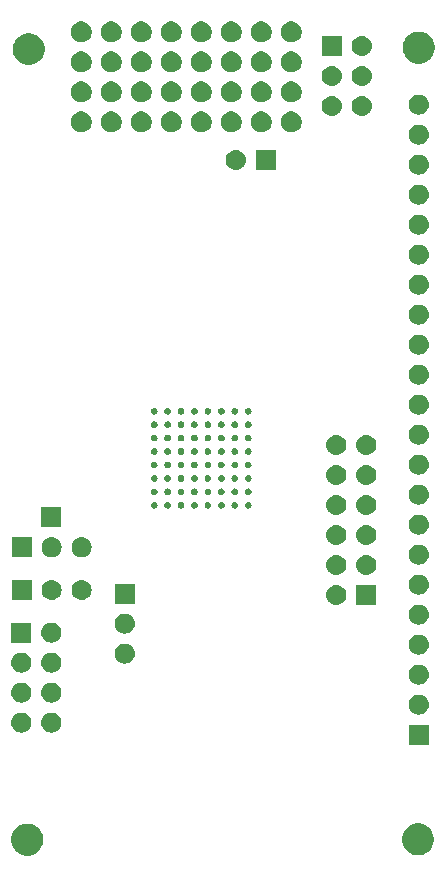
<source format=gbr>
%TF.GenerationSoftware,KiCad,Pcbnew,(5.0.2)-1*%
%TF.CreationDate,2021-01-27T11:46:28-08:00*%
%TF.ProjectId,scum3c-devboard,7363756d-3363-42d6-9465-76626f617264,rev?*%
%TF.SameCoordinates,Original*%
%TF.FileFunction,Soldermask,Bot*%
%TF.FilePolarity,Negative*%
%FSLAX46Y46*%
G04 Gerber Fmt 4.6, Leading zero omitted, Abs format (unit mm)*
G04 Created by KiCad (PCBNEW (5.0.2)-1) date 1/27/2021 11:46:28 AM*
%MOMM*%
%LPD*%
G01*
G04 APERTURE LIST*
%ADD10C,0.100000*%
G04 APERTURE END LIST*
D10*
G36*
X197370778Y-135988879D02*
X197616466Y-136090646D01*
X197837578Y-136238389D01*
X198025611Y-136426422D01*
X198173354Y-136647534D01*
X198275121Y-136893222D01*
X198327000Y-137154035D01*
X198327000Y-137419965D01*
X198275121Y-137680778D01*
X198173354Y-137926466D01*
X198025611Y-138147578D01*
X197837578Y-138335611D01*
X197616466Y-138483354D01*
X197370778Y-138585121D01*
X197109965Y-138637000D01*
X196844035Y-138637000D01*
X196583222Y-138585121D01*
X196337534Y-138483354D01*
X196116422Y-138335611D01*
X195928389Y-138147578D01*
X195780646Y-137926466D01*
X195678879Y-137680778D01*
X195627000Y-137419965D01*
X195627000Y-137154035D01*
X195678879Y-136893222D01*
X195780646Y-136647534D01*
X195928389Y-136426422D01*
X196116422Y-136238389D01*
X196337534Y-136090646D01*
X196583222Y-135988879D01*
X196844035Y-135937000D01*
X197109965Y-135937000D01*
X197370778Y-135988879D01*
X197370778Y-135988879D01*
G37*
G36*
X230461898Y-135954389D02*
X230707586Y-136056156D01*
X230928698Y-136203899D01*
X231116731Y-136391932D01*
X231264474Y-136613044D01*
X231366241Y-136858732D01*
X231418120Y-137119545D01*
X231418120Y-137385475D01*
X231366241Y-137646288D01*
X231264474Y-137891976D01*
X231116731Y-138113088D01*
X230928698Y-138301121D01*
X230707586Y-138448864D01*
X230461898Y-138550631D01*
X230201085Y-138602510D01*
X229935155Y-138602510D01*
X229674342Y-138550631D01*
X229428654Y-138448864D01*
X229207542Y-138301121D01*
X229019509Y-138113088D01*
X228871766Y-137891976D01*
X228769999Y-137646288D01*
X228718120Y-137385475D01*
X228718120Y-137119545D01*
X228769999Y-136858732D01*
X228871766Y-136613044D01*
X229019509Y-136391932D01*
X229207542Y-136203899D01*
X229428654Y-136056156D01*
X229674342Y-135954389D01*
X229935155Y-135902510D01*
X230201085Y-135902510D01*
X230461898Y-135954389D01*
X230461898Y-135954389D01*
G37*
G36*
X230974000Y-129247000D02*
X229274000Y-129247000D01*
X229274000Y-127547000D01*
X230974000Y-127547000D01*
X230974000Y-129247000D01*
X230974000Y-129247000D01*
G37*
G36*
X196635630Y-126543299D02*
X196795855Y-126591903D01*
X196943520Y-126670831D01*
X197072949Y-126777051D01*
X197179169Y-126906480D01*
X197258097Y-127054145D01*
X197306701Y-127214370D01*
X197323112Y-127381000D01*
X197306701Y-127547630D01*
X197258097Y-127707855D01*
X197179169Y-127855520D01*
X197072949Y-127984949D01*
X196943520Y-128091169D01*
X196795855Y-128170097D01*
X196635630Y-128218701D01*
X196510752Y-128231000D01*
X196427248Y-128231000D01*
X196302370Y-128218701D01*
X196142145Y-128170097D01*
X195994480Y-128091169D01*
X195865051Y-127984949D01*
X195758831Y-127855520D01*
X195679903Y-127707855D01*
X195631299Y-127547630D01*
X195614888Y-127381000D01*
X195631299Y-127214370D01*
X195679903Y-127054145D01*
X195758831Y-126906480D01*
X195865051Y-126777051D01*
X195994480Y-126670831D01*
X196142145Y-126591903D01*
X196302370Y-126543299D01*
X196427248Y-126531000D01*
X196510752Y-126531000D01*
X196635630Y-126543299D01*
X196635630Y-126543299D01*
G37*
G36*
X199175630Y-126543299D02*
X199335855Y-126591903D01*
X199483520Y-126670831D01*
X199612949Y-126777051D01*
X199719169Y-126906480D01*
X199798097Y-127054145D01*
X199846701Y-127214370D01*
X199863112Y-127381000D01*
X199846701Y-127547630D01*
X199798097Y-127707855D01*
X199719169Y-127855520D01*
X199612949Y-127984949D01*
X199483520Y-128091169D01*
X199335855Y-128170097D01*
X199175630Y-128218701D01*
X199050752Y-128231000D01*
X198967248Y-128231000D01*
X198842370Y-128218701D01*
X198682145Y-128170097D01*
X198534480Y-128091169D01*
X198405051Y-127984949D01*
X198298831Y-127855520D01*
X198219903Y-127707855D01*
X198171299Y-127547630D01*
X198154888Y-127381000D01*
X198171299Y-127214370D01*
X198219903Y-127054145D01*
X198298831Y-126906480D01*
X198405051Y-126777051D01*
X198534480Y-126670831D01*
X198682145Y-126591903D01*
X198842370Y-126543299D01*
X198967248Y-126531000D01*
X199050752Y-126531000D01*
X199175630Y-126543299D01*
X199175630Y-126543299D01*
G37*
G36*
X230290630Y-125019299D02*
X230450855Y-125067903D01*
X230598520Y-125146831D01*
X230727949Y-125253051D01*
X230834169Y-125382480D01*
X230913097Y-125530145D01*
X230961701Y-125690370D01*
X230978112Y-125857000D01*
X230961701Y-126023630D01*
X230913097Y-126183855D01*
X230834169Y-126331520D01*
X230727949Y-126460949D01*
X230598520Y-126567169D01*
X230450855Y-126646097D01*
X230290630Y-126694701D01*
X230165752Y-126707000D01*
X230082248Y-126707000D01*
X229957370Y-126694701D01*
X229797145Y-126646097D01*
X229649480Y-126567169D01*
X229520051Y-126460949D01*
X229413831Y-126331520D01*
X229334903Y-126183855D01*
X229286299Y-126023630D01*
X229269888Y-125857000D01*
X229286299Y-125690370D01*
X229334903Y-125530145D01*
X229413831Y-125382480D01*
X229520051Y-125253051D01*
X229649480Y-125146831D01*
X229797145Y-125067903D01*
X229957370Y-125019299D01*
X230082248Y-125007000D01*
X230165752Y-125007000D01*
X230290630Y-125019299D01*
X230290630Y-125019299D01*
G37*
G36*
X199175630Y-124003299D02*
X199335855Y-124051903D01*
X199483520Y-124130831D01*
X199612949Y-124237051D01*
X199719169Y-124366480D01*
X199798097Y-124514145D01*
X199846701Y-124674370D01*
X199863112Y-124841000D01*
X199846701Y-125007630D01*
X199798097Y-125167855D01*
X199719169Y-125315520D01*
X199612949Y-125444949D01*
X199483520Y-125551169D01*
X199335855Y-125630097D01*
X199175630Y-125678701D01*
X199050752Y-125691000D01*
X198967248Y-125691000D01*
X198842370Y-125678701D01*
X198682145Y-125630097D01*
X198534480Y-125551169D01*
X198405051Y-125444949D01*
X198298831Y-125315520D01*
X198219903Y-125167855D01*
X198171299Y-125007630D01*
X198154888Y-124841000D01*
X198171299Y-124674370D01*
X198219903Y-124514145D01*
X198298831Y-124366480D01*
X198405051Y-124237051D01*
X198534480Y-124130831D01*
X198682145Y-124051903D01*
X198842370Y-124003299D01*
X198967248Y-123991000D01*
X199050752Y-123991000D01*
X199175630Y-124003299D01*
X199175630Y-124003299D01*
G37*
G36*
X196635630Y-124003299D02*
X196795855Y-124051903D01*
X196943520Y-124130831D01*
X197072949Y-124237051D01*
X197179169Y-124366480D01*
X197258097Y-124514145D01*
X197306701Y-124674370D01*
X197323112Y-124841000D01*
X197306701Y-125007630D01*
X197258097Y-125167855D01*
X197179169Y-125315520D01*
X197072949Y-125444949D01*
X196943520Y-125551169D01*
X196795855Y-125630097D01*
X196635630Y-125678701D01*
X196510752Y-125691000D01*
X196427248Y-125691000D01*
X196302370Y-125678701D01*
X196142145Y-125630097D01*
X195994480Y-125551169D01*
X195865051Y-125444949D01*
X195758831Y-125315520D01*
X195679903Y-125167855D01*
X195631299Y-125007630D01*
X195614888Y-124841000D01*
X195631299Y-124674370D01*
X195679903Y-124514145D01*
X195758831Y-124366480D01*
X195865051Y-124237051D01*
X195994480Y-124130831D01*
X196142145Y-124051903D01*
X196302370Y-124003299D01*
X196427248Y-123991000D01*
X196510752Y-123991000D01*
X196635630Y-124003299D01*
X196635630Y-124003299D01*
G37*
G36*
X230290630Y-122479299D02*
X230450855Y-122527903D01*
X230598520Y-122606831D01*
X230727949Y-122713051D01*
X230834169Y-122842480D01*
X230913097Y-122990145D01*
X230961701Y-123150370D01*
X230978112Y-123317000D01*
X230961701Y-123483630D01*
X230913097Y-123643855D01*
X230834169Y-123791520D01*
X230727949Y-123920949D01*
X230598520Y-124027169D01*
X230450855Y-124106097D01*
X230290630Y-124154701D01*
X230165752Y-124167000D01*
X230082248Y-124167000D01*
X229957370Y-124154701D01*
X229797145Y-124106097D01*
X229649480Y-124027169D01*
X229520051Y-123920949D01*
X229413831Y-123791520D01*
X229334903Y-123643855D01*
X229286299Y-123483630D01*
X229269888Y-123317000D01*
X229286299Y-123150370D01*
X229334903Y-122990145D01*
X229413831Y-122842480D01*
X229520051Y-122713051D01*
X229649480Y-122606831D01*
X229797145Y-122527903D01*
X229957370Y-122479299D01*
X230082248Y-122467000D01*
X230165752Y-122467000D01*
X230290630Y-122479299D01*
X230290630Y-122479299D01*
G37*
G36*
X196635630Y-121463299D02*
X196795855Y-121511903D01*
X196943520Y-121590831D01*
X197072949Y-121697051D01*
X197179169Y-121826480D01*
X197258097Y-121974145D01*
X197306701Y-122134370D01*
X197323112Y-122301000D01*
X197306701Y-122467630D01*
X197258097Y-122627855D01*
X197179169Y-122775520D01*
X197072949Y-122904949D01*
X196943520Y-123011169D01*
X196795855Y-123090097D01*
X196635630Y-123138701D01*
X196510752Y-123151000D01*
X196427248Y-123151000D01*
X196302370Y-123138701D01*
X196142145Y-123090097D01*
X195994480Y-123011169D01*
X195865051Y-122904949D01*
X195758831Y-122775520D01*
X195679903Y-122627855D01*
X195631299Y-122467630D01*
X195614888Y-122301000D01*
X195631299Y-122134370D01*
X195679903Y-121974145D01*
X195758831Y-121826480D01*
X195865051Y-121697051D01*
X195994480Y-121590831D01*
X196142145Y-121511903D01*
X196302370Y-121463299D01*
X196427248Y-121451000D01*
X196510752Y-121451000D01*
X196635630Y-121463299D01*
X196635630Y-121463299D01*
G37*
G36*
X199175630Y-121463299D02*
X199335855Y-121511903D01*
X199483520Y-121590831D01*
X199612949Y-121697051D01*
X199719169Y-121826480D01*
X199798097Y-121974145D01*
X199846701Y-122134370D01*
X199863112Y-122301000D01*
X199846701Y-122467630D01*
X199798097Y-122627855D01*
X199719169Y-122775520D01*
X199612949Y-122904949D01*
X199483520Y-123011169D01*
X199335855Y-123090097D01*
X199175630Y-123138701D01*
X199050752Y-123151000D01*
X198967248Y-123151000D01*
X198842370Y-123138701D01*
X198682145Y-123090097D01*
X198534480Y-123011169D01*
X198405051Y-122904949D01*
X198298831Y-122775520D01*
X198219903Y-122627855D01*
X198171299Y-122467630D01*
X198154888Y-122301000D01*
X198171299Y-122134370D01*
X198219903Y-121974145D01*
X198298831Y-121826480D01*
X198405051Y-121697051D01*
X198534480Y-121590831D01*
X198682145Y-121511903D01*
X198842370Y-121463299D01*
X198967248Y-121451000D01*
X199050752Y-121451000D01*
X199175630Y-121463299D01*
X199175630Y-121463299D01*
G37*
G36*
X205398630Y-120701299D02*
X205558855Y-120749903D01*
X205706520Y-120828831D01*
X205835949Y-120935051D01*
X205942169Y-121064480D01*
X206021097Y-121212145D01*
X206069701Y-121372370D01*
X206086112Y-121539000D01*
X206069701Y-121705630D01*
X206021097Y-121865855D01*
X205942169Y-122013520D01*
X205835949Y-122142949D01*
X205706520Y-122249169D01*
X205558855Y-122328097D01*
X205398630Y-122376701D01*
X205273752Y-122389000D01*
X205190248Y-122389000D01*
X205065370Y-122376701D01*
X204905145Y-122328097D01*
X204757480Y-122249169D01*
X204628051Y-122142949D01*
X204521831Y-122013520D01*
X204442903Y-121865855D01*
X204394299Y-121705630D01*
X204377888Y-121539000D01*
X204394299Y-121372370D01*
X204442903Y-121212145D01*
X204521831Y-121064480D01*
X204628051Y-120935051D01*
X204757480Y-120828831D01*
X204905145Y-120749903D01*
X205065370Y-120701299D01*
X205190248Y-120689000D01*
X205273752Y-120689000D01*
X205398630Y-120701299D01*
X205398630Y-120701299D01*
G37*
G36*
X230290630Y-119939299D02*
X230450855Y-119987903D01*
X230598520Y-120066831D01*
X230727949Y-120173051D01*
X230834169Y-120302480D01*
X230913097Y-120450145D01*
X230961701Y-120610370D01*
X230978112Y-120777000D01*
X230961701Y-120943630D01*
X230913097Y-121103855D01*
X230834169Y-121251520D01*
X230727949Y-121380949D01*
X230598520Y-121487169D01*
X230450855Y-121566097D01*
X230290630Y-121614701D01*
X230165752Y-121627000D01*
X230082248Y-121627000D01*
X229957370Y-121614701D01*
X229797145Y-121566097D01*
X229649480Y-121487169D01*
X229520051Y-121380949D01*
X229413831Y-121251520D01*
X229334903Y-121103855D01*
X229286299Y-120943630D01*
X229269888Y-120777000D01*
X229286299Y-120610370D01*
X229334903Y-120450145D01*
X229413831Y-120302480D01*
X229520051Y-120173051D01*
X229649480Y-120066831D01*
X229797145Y-119987903D01*
X229957370Y-119939299D01*
X230082248Y-119927000D01*
X230165752Y-119927000D01*
X230290630Y-119939299D01*
X230290630Y-119939299D01*
G37*
G36*
X199175630Y-118923299D02*
X199335855Y-118971903D01*
X199483520Y-119050831D01*
X199612949Y-119157051D01*
X199719169Y-119286480D01*
X199798097Y-119434145D01*
X199846701Y-119594370D01*
X199863112Y-119761000D01*
X199846701Y-119927630D01*
X199798097Y-120087855D01*
X199719169Y-120235520D01*
X199612949Y-120364949D01*
X199483520Y-120471169D01*
X199335855Y-120550097D01*
X199175630Y-120598701D01*
X199050752Y-120611000D01*
X198967248Y-120611000D01*
X198842370Y-120598701D01*
X198682145Y-120550097D01*
X198534480Y-120471169D01*
X198405051Y-120364949D01*
X198298831Y-120235520D01*
X198219903Y-120087855D01*
X198171299Y-119927630D01*
X198154888Y-119761000D01*
X198171299Y-119594370D01*
X198219903Y-119434145D01*
X198298831Y-119286480D01*
X198405051Y-119157051D01*
X198534480Y-119050831D01*
X198682145Y-118971903D01*
X198842370Y-118923299D01*
X198967248Y-118911000D01*
X199050752Y-118911000D01*
X199175630Y-118923299D01*
X199175630Y-118923299D01*
G37*
G36*
X197319000Y-120611000D02*
X195619000Y-120611000D01*
X195619000Y-118911000D01*
X197319000Y-118911000D01*
X197319000Y-120611000D01*
X197319000Y-120611000D01*
G37*
G36*
X205398630Y-118161299D02*
X205558855Y-118209903D01*
X205706520Y-118288831D01*
X205835949Y-118395051D01*
X205942169Y-118524480D01*
X206021097Y-118672145D01*
X206069701Y-118832370D01*
X206086112Y-118999000D01*
X206069701Y-119165630D01*
X206021097Y-119325855D01*
X205942169Y-119473520D01*
X205835949Y-119602949D01*
X205706520Y-119709169D01*
X205558855Y-119788097D01*
X205398630Y-119836701D01*
X205273752Y-119849000D01*
X205190248Y-119849000D01*
X205065370Y-119836701D01*
X204905145Y-119788097D01*
X204757480Y-119709169D01*
X204628051Y-119602949D01*
X204521831Y-119473520D01*
X204442903Y-119325855D01*
X204394299Y-119165630D01*
X204377888Y-118999000D01*
X204394299Y-118832370D01*
X204442903Y-118672145D01*
X204521831Y-118524480D01*
X204628051Y-118395051D01*
X204757480Y-118288831D01*
X204905145Y-118209903D01*
X205065370Y-118161299D01*
X205190248Y-118149000D01*
X205273752Y-118149000D01*
X205398630Y-118161299D01*
X205398630Y-118161299D01*
G37*
G36*
X230290630Y-117399299D02*
X230450855Y-117447903D01*
X230598520Y-117526831D01*
X230727949Y-117633051D01*
X230834169Y-117762480D01*
X230913097Y-117910145D01*
X230961701Y-118070370D01*
X230978112Y-118237000D01*
X230961701Y-118403630D01*
X230913097Y-118563855D01*
X230834169Y-118711520D01*
X230727949Y-118840949D01*
X230598520Y-118947169D01*
X230450855Y-119026097D01*
X230290630Y-119074701D01*
X230165752Y-119087000D01*
X230082248Y-119087000D01*
X229957370Y-119074701D01*
X229797145Y-119026097D01*
X229649480Y-118947169D01*
X229520051Y-118840949D01*
X229413831Y-118711520D01*
X229334903Y-118563855D01*
X229286299Y-118403630D01*
X229269888Y-118237000D01*
X229286299Y-118070370D01*
X229334903Y-117910145D01*
X229413831Y-117762480D01*
X229520051Y-117633051D01*
X229649480Y-117526831D01*
X229797145Y-117447903D01*
X229957370Y-117399299D01*
X230082248Y-117387000D01*
X230165752Y-117387000D01*
X230290630Y-117399299D01*
X230290630Y-117399299D01*
G37*
G36*
X223305630Y-115748299D02*
X223465855Y-115796903D01*
X223613520Y-115875831D01*
X223742949Y-115982051D01*
X223849169Y-116111480D01*
X223928097Y-116259145D01*
X223976701Y-116419370D01*
X223993112Y-116586000D01*
X223976701Y-116752630D01*
X223928097Y-116912855D01*
X223849169Y-117060520D01*
X223742949Y-117189949D01*
X223613520Y-117296169D01*
X223465855Y-117375097D01*
X223305630Y-117423701D01*
X223180752Y-117436000D01*
X223097248Y-117436000D01*
X222972370Y-117423701D01*
X222812145Y-117375097D01*
X222664480Y-117296169D01*
X222535051Y-117189949D01*
X222428831Y-117060520D01*
X222349903Y-116912855D01*
X222301299Y-116752630D01*
X222284888Y-116586000D01*
X222301299Y-116419370D01*
X222349903Y-116259145D01*
X222428831Y-116111480D01*
X222535051Y-115982051D01*
X222664480Y-115875831D01*
X222812145Y-115796903D01*
X222972370Y-115748299D01*
X223097248Y-115736000D01*
X223180752Y-115736000D01*
X223305630Y-115748299D01*
X223305630Y-115748299D01*
G37*
G36*
X226529000Y-117436000D02*
X224829000Y-117436000D01*
X224829000Y-115736000D01*
X226529000Y-115736000D01*
X226529000Y-117436000D01*
X226529000Y-117436000D01*
G37*
G36*
X206082000Y-117309000D02*
X204382000Y-117309000D01*
X204382000Y-115609000D01*
X206082000Y-115609000D01*
X206082000Y-117309000D01*
X206082000Y-117309000D01*
G37*
G36*
X197344400Y-117004200D02*
X195644400Y-117004200D01*
X195644400Y-115304200D01*
X197344400Y-115304200D01*
X197344400Y-117004200D01*
X197344400Y-117004200D01*
G37*
G36*
X201741030Y-115316499D02*
X201901255Y-115365103D01*
X202048920Y-115444031D01*
X202178349Y-115550251D01*
X202284569Y-115679680D01*
X202363497Y-115827345D01*
X202412101Y-115987570D01*
X202428512Y-116154200D01*
X202412101Y-116320830D01*
X202363497Y-116481055D01*
X202284569Y-116628720D01*
X202178349Y-116758149D01*
X202048920Y-116864369D01*
X201901255Y-116943297D01*
X201741030Y-116991901D01*
X201616152Y-117004200D01*
X201532648Y-117004200D01*
X201407770Y-116991901D01*
X201247545Y-116943297D01*
X201099880Y-116864369D01*
X200970451Y-116758149D01*
X200864231Y-116628720D01*
X200785303Y-116481055D01*
X200736699Y-116320830D01*
X200720288Y-116154200D01*
X200736699Y-115987570D01*
X200785303Y-115827345D01*
X200864231Y-115679680D01*
X200970451Y-115550251D01*
X201099880Y-115444031D01*
X201247545Y-115365103D01*
X201407770Y-115316499D01*
X201532648Y-115304200D01*
X201616152Y-115304200D01*
X201741030Y-115316499D01*
X201741030Y-115316499D01*
G37*
G36*
X199201030Y-115316499D02*
X199361255Y-115365103D01*
X199508920Y-115444031D01*
X199638349Y-115550251D01*
X199744569Y-115679680D01*
X199823497Y-115827345D01*
X199872101Y-115987570D01*
X199888512Y-116154200D01*
X199872101Y-116320830D01*
X199823497Y-116481055D01*
X199744569Y-116628720D01*
X199638349Y-116758149D01*
X199508920Y-116864369D01*
X199361255Y-116943297D01*
X199201030Y-116991901D01*
X199076152Y-117004200D01*
X198992648Y-117004200D01*
X198867770Y-116991901D01*
X198707545Y-116943297D01*
X198559880Y-116864369D01*
X198430451Y-116758149D01*
X198324231Y-116628720D01*
X198245303Y-116481055D01*
X198196699Y-116320830D01*
X198180288Y-116154200D01*
X198196699Y-115987570D01*
X198245303Y-115827345D01*
X198324231Y-115679680D01*
X198430451Y-115550251D01*
X198559880Y-115444031D01*
X198707545Y-115365103D01*
X198867770Y-115316499D01*
X198992648Y-115304200D01*
X199076152Y-115304200D01*
X199201030Y-115316499D01*
X199201030Y-115316499D01*
G37*
G36*
X230290630Y-114859299D02*
X230450855Y-114907903D01*
X230598520Y-114986831D01*
X230727949Y-115093051D01*
X230834169Y-115222480D01*
X230913097Y-115370145D01*
X230961701Y-115530370D01*
X230978112Y-115697000D01*
X230961701Y-115863630D01*
X230913097Y-116023855D01*
X230834169Y-116171520D01*
X230727949Y-116300949D01*
X230598520Y-116407169D01*
X230450855Y-116486097D01*
X230290630Y-116534701D01*
X230165752Y-116547000D01*
X230082248Y-116547000D01*
X229957370Y-116534701D01*
X229797145Y-116486097D01*
X229649480Y-116407169D01*
X229520051Y-116300949D01*
X229413831Y-116171520D01*
X229334903Y-116023855D01*
X229286299Y-115863630D01*
X229269888Y-115697000D01*
X229286299Y-115530370D01*
X229334903Y-115370145D01*
X229413831Y-115222480D01*
X229520051Y-115093051D01*
X229649480Y-114986831D01*
X229797145Y-114907903D01*
X229957370Y-114859299D01*
X230082248Y-114847000D01*
X230165752Y-114847000D01*
X230290630Y-114859299D01*
X230290630Y-114859299D01*
G37*
G36*
X225845630Y-113208299D02*
X226005855Y-113256903D01*
X226153520Y-113335831D01*
X226282949Y-113442051D01*
X226389169Y-113571480D01*
X226468097Y-113719145D01*
X226516701Y-113879370D01*
X226533112Y-114046000D01*
X226516701Y-114212630D01*
X226468097Y-114372855D01*
X226389169Y-114520520D01*
X226282949Y-114649949D01*
X226153520Y-114756169D01*
X226005855Y-114835097D01*
X225845630Y-114883701D01*
X225720752Y-114896000D01*
X225637248Y-114896000D01*
X225512370Y-114883701D01*
X225352145Y-114835097D01*
X225204480Y-114756169D01*
X225075051Y-114649949D01*
X224968831Y-114520520D01*
X224889903Y-114372855D01*
X224841299Y-114212630D01*
X224824888Y-114046000D01*
X224841299Y-113879370D01*
X224889903Y-113719145D01*
X224968831Y-113571480D01*
X225075051Y-113442051D01*
X225204480Y-113335831D01*
X225352145Y-113256903D01*
X225512370Y-113208299D01*
X225637248Y-113196000D01*
X225720752Y-113196000D01*
X225845630Y-113208299D01*
X225845630Y-113208299D01*
G37*
G36*
X223305630Y-113208299D02*
X223465855Y-113256903D01*
X223613520Y-113335831D01*
X223742949Y-113442051D01*
X223849169Y-113571480D01*
X223928097Y-113719145D01*
X223976701Y-113879370D01*
X223993112Y-114046000D01*
X223976701Y-114212630D01*
X223928097Y-114372855D01*
X223849169Y-114520520D01*
X223742949Y-114649949D01*
X223613520Y-114756169D01*
X223465855Y-114835097D01*
X223305630Y-114883701D01*
X223180752Y-114896000D01*
X223097248Y-114896000D01*
X222972370Y-114883701D01*
X222812145Y-114835097D01*
X222664480Y-114756169D01*
X222535051Y-114649949D01*
X222428831Y-114520520D01*
X222349903Y-114372855D01*
X222301299Y-114212630D01*
X222284888Y-114046000D01*
X222301299Y-113879370D01*
X222349903Y-113719145D01*
X222428831Y-113571480D01*
X222535051Y-113442051D01*
X222664480Y-113335831D01*
X222812145Y-113256903D01*
X222972370Y-113208299D01*
X223097248Y-113196000D01*
X223180752Y-113196000D01*
X223305630Y-113208299D01*
X223305630Y-113208299D01*
G37*
G36*
X230290630Y-112319299D02*
X230450855Y-112367903D01*
X230598520Y-112446831D01*
X230727949Y-112553051D01*
X230834169Y-112682480D01*
X230913097Y-112830145D01*
X230961701Y-112990370D01*
X230978112Y-113157000D01*
X230961701Y-113323630D01*
X230913097Y-113483855D01*
X230834169Y-113631520D01*
X230727949Y-113760949D01*
X230598520Y-113867169D01*
X230450855Y-113946097D01*
X230290630Y-113994701D01*
X230165752Y-114007000D01*
X230082248Y-114007000D01*
X229957370Y-113994701D01*
X229797145Y-113946097D01*
X229649480Y-113867169D01*
X229520051Y-113760949D01*
X229413831Y-113631520D01*
X229334903Y-113483855D01*
X229286299Y-113323630D01*
X229269888Y-113157000D01*
X229286299Y-112990370D01*
X229334903Y-112830145D01*
X229413831Y-112682480D01*
X229520051Y-112553051D01*
X229649480Y-112446831D01*
X229797145Y-112367903D01*
X229957370Y-112319299D01*
X230082248Y-112307000D01*
X230165752Y-112307000D01*
X230290630Y-112319299D01*
X230290630Y-112319299D01*
G37*
G36*
X201741030Y-111709699D02*
X201901255Y-111758303D01*
X202048920Y-111837231D01*
X202178349Y-111943451D01*
X202284569Y-112072880D01*
X202363497Y-112220545D01*
X202412101Y-112380770D01*
X202428512Y-112547400D01*
X202412101Y-112714030D01*
X202363497Y-112874255D01*
X202284569Y-113021920D01*
X202178349Y-113151349D01*
X202048920Y-113257569D01*
X201901255Y-113336497D01*
X201741030Y-113385101D01*
X201616152Y-113397400D01*
X201532648Y-113397400D01*
X201407770Y-113385101D01*
X201247545Y-113336497D01*
X201099880Y-113257569D01*
X200970451Y-113151349D01*
X200864231Y-113021920D01*
X200785303Y-112874255D01*
X200736699Y-112714030D01*
X200720288Y-112547400D01*
X200736699Y-112380770D01*
X200785303Y-112220545D01*
X200864231Y-112072880D01*
X200970451Y-111943451D01*
X201099880Y-111837231D01*
X201247545Y-111758303D01*
X201407770Y-111709699D01*
X201532648Y-111697400D01*
X201616152Y-111697400D01*
X201741030Y-111709699D01*
X201741030Y-111709699D01*
G37*
G36*
X199201030Y-111709699D02*
X199361255Y-111758303D01*
X199508920Y-111837231D01*
X199638349Y-111943451D01*
X199744569Y-112072880D01*
X199823497Y-112220545D01*
X199872101Y-112380770D01*
X199888512Y-112547400D01*
X199872101Y-112714030D01*
X199823497Y-112874255D01*
X199744569Y-113021920D01*
X199638349Y-113151349D01*
X199508920Y-113257569D01*
X199361255Y-113336497D01*
X199201030Y-113385101D01*
X199076152Y-113397400D01*
X198992648Y-113397400D01*
X198867770Y-113385101D01*
X198707545Y-113336497D01*
X198559880Y-113257569D01*
X198430451Y-113151349D01*
X198324231Y-113021920D01*
X198245303Y-112874255D01*
X198196699Y-112714030D01*
X198180288Y-112547400D01*
X198196699Y-112380770D01*
X198245303Y-112220545D01*
X198324231Y-112072880D01*
X198430451Y-111943451D01*
X198559880Y-111837231D01*
X198707545Y-111758303D01*
X198867770Y-111709699D01*
X198992648Y-111697400D01*
X199076152Y-111697400D01*
X199201030Y-111709699D01*
X199201030Y-111709699D01*
G37*
G36*
X197344400Y-113397400D02*
X195644400Y-113397400D01*
X195644400Y-111697400D01*
X197344400Y-111697400D01*
X197344400Y-113397400D01*
X197344400Y-113397400D01*
G37*
G36*
X223305630Y-110668299D02*
X223465855Y-110716903D01*
X223613520Y-110795831D01*
X223742949Y-110902051D01*
X223849169Y-111031480D01*
X223928097Y-111179145D01*
X223976701Y-111339370D01*
X223993112Y-111506000D01*
X223976701Y-111672630D01*
X223928097Y-111832855D01*
X223849169Y-111980520D01*
X223742949Y-112109949D01*
X223613520Y-112216169D01*
X223465855Y-112295097D01*
X223305630Y-112343701D01*
X223180752Y-112356000D01*
X223097248Y-112356000D01*
X222972370Y-112343701D01*
X222812145Y-112295097D01*
X222664480Y-112216169D01*
X222535051Y-112109949D01*
X222428831Y-111980520D01*
X222349903Y-111832855D01*
X222301299Y-111672630D01*
X222284888Y-111506000D01*
X222301299Y-111339370D01*
X222349903Y-111179145D01*
X222428831Y-111031480D01*
X222535051Y-110902051D01*
X222664480Y-110795831D01*
X222812145Y-110716903D01*
X222972370Y-110668299D01*
X223097248Y-110656000D01*
X223180752Y-110656000D01*
X223305630Y-110668299D01*
X223305630Y-110668299D01*
G37*
G36*
X225845630Y-110668299D02*
X226005855Y-110716903D01*
X226153520Y-110795831D01*
X226282949Y-110902051D01*
X226389169Y-111031480D01*
X226468097Y-111179145D01*
X226516701Y-111339370D01*
X226533112Y-111506000D01*
X226516701Y-111672630D01*
X226468097Y-111832855D01*
X226389169Y-111980520D01*
X226282949Y-112109949D01*
X226153520Y-112216169D01*
X226005855Y-112295097D01*
X225845630Y-112343701D01*
X225720752Y-112356000D01*
X225637248Y-112356000D01*
X225512370Y-112343701D01*
X225352145Y-112295097D01*
X225204480Y-112216169D01*
X225075051Y-112109949D01*
X224968831Y-111980520D01*
X224889903Y-111832855D01*
X224841299Y-111672630D01*
X224824888Y-111506000D01*
X224841299Y-111339370D01*
X224889903Y-111179145D01*
X224968831Y-111031480D01*
X225075051Y-110902051D01*
X225204480Y-110795831D01*
X225352145Y-110716903D01*
X225512370Y-110668299D01*
X225637248Y-110656000D01*
X225720752Y-110656000D01*
X225845630Y-110668299D01*
X225845630Y-110668299D01*
G37*
G36*
X230290630Y-109779299D02*
X230450855Y-109827903D01*
X230598520Y-109906831D01*
X230727949Y-110013051D01*
X230834169Y-110142480D01*
X230913097Y-110290145D01*
X230961701Y-110450370D01*
X230978112Y-110617000D01*
X230961701Y-110783630D01*
X230913097Y-110943855D01*
X230834169Y-111091520D01*
X230727949Y-111220949D01*
X230598520Y-111327169D01*
X230450855Y-111406097D01*
X230290630Y-111454701D01*
X230165752Y-111467000D01*
X230082248Y-111467000D01*
X229957370Y-111454701D01*
X229797145Y-111406097D01*
X229649480Y-111327169D01*
X229520051Y-111220949D01*
X229413831Y-111091520D01*
X229334903Y-110943855D01*
X229286299Y-110783630D01*
X229269888Y-110617000D01*
X229286299Y-110450370D01*
X229334903Y-110290145D01*
X229413831Y-110142480D01*
X229520051Y-110013051D01*
X229649480Y-109906831D01*
X229797145Y-109827903D01*
X229957370Y-109779299D01*
X230082248Y-109767000D01*
X230165752Y-109767000D01*
X230290630Y-109779299D01*
X230290630Y-109779299D01*
G37*
G36*
X199859000Y-110806600D02*
X198159000Y-110806600D01*
X198159000Y-109106600D01*
X199859000Y-109106600D01*
X199859000Y-110806600D01*
X199859000Y-110806600D01*
G37*
G36*
X223305630Y-108128299D02*
X223465855Y-108176903D01*
X223613520Y-108255831D01*
X223742949Y-108362051D01*
X223849169Y-108491480D01*
X223928097Y-108639145D01*
X223976701Y-108799370D01*
X223993112Y-108966000D01*
X223976701Y-109132630D01*
X223928097Y-109292855D01*
X223849169Y-109440520D01*
X223742949Y-109569949D01*
X223613520Y-109676169D01*
X223465855Y-109755097D01*
X223305630Y-109803701D01*
X223180752Y-109816000D01*
X223097248Y-109816000D01*
X222972370Y-109803701D01*
X222812145Y-109755097D01*
X222664480Y-109676169D01*
X222535051Y-109569949D01*
X222428831Y-109440520D01*
X222349903Y-109292855D01*
X222301299Y-109132630D01*
X222284888Y-108966000D01*
X222301299Y-108799370D01*
X222349903Y-108639145D01*
X222428831Y-108491480D01*
X222535051Y-108362051D01*
X222664480Y-108255831D01*
X222812145Y-108176903D01*
X222972370Y-108128299D01*
X223097248Y-108116000D01*
X223180752Y-108116000D01*
X223305630Y-108128299D01*
X223305630Y-108128299D01*
G37*
G36*
X225845630Y-108128299D02*
X226005855Y-108176903D01*
X226153520Y-108255831D01*
X226282949Y-108362051D01*
X226389169Y-108491480D01*
X226468097Y-108639145D01*
X226516701Y-108799370D01*
X226533112Y-108966000D01*
X226516701Y-109132630D01*
X226468097Y-109292855D01*
X226389169Y-109440520D01*
X226282949Y-109569949D01*
X226153520Y-109676169D01*
X226005855Y-109755097D01*
X225845630Y-109803701D01*
X225720752Y-109816000D01*
X225637248Y-109816000D01*
X225512370Y-109803701D01*
X225352145Y-109755097D01*
X225204480Y-109676169D01*
X225075051Y-109569949D01*
X224968831Y-109440520D01*
X224889903Y-109292855D01*
X224841299Y-109132630D01*
X224824888Y-108966000D01*
X224841299Y-108799370D01*
X224889903Y-108639145D01*
X224968831Y-108491480D01*
X225075051Y-108362051D01*
X225204480Y-108255831D01*
X225352145Y-108176903D01*
X225512370Y-108128299D01*
X225637248Y-108116000D01*
X225720752Y-108116000D01*
X225845630Y-108128299D01*
X225845630Y-108128299D01*
G37*
G36*
X212349071Y-108702313D02*
X212400818Y-108723747D01*
X212400822Y-108723750D01*
X212447399Y-108754871D01*
X212487009Y-108794481D01*
X212513015Y-108833403D01*
X212518133Y-108841062D01*
X212539567Y-108892809D01*
X212550495Y-108947750D01*
X212550495Y-109003770D01*
X212539567Y-109058711D01*
X212518133Y-109110458D01*
X212518130Y-109110462D01*
X212487009Y-109157039D01*
X212447399Y-109196649D01*
X212408477Y-109222655D01*
X212400818Y-109227773D01*
X212349071Y-109249207D01*
X212294130Y-109260135D01*
X212238110Y-109260135D01*
X212183169Y-109249207D01*
X212131422Y-109227773D01*
X212123763Y-109222655D01*
X212084841Y-109196649D01*
X212045231Y-109157039D01*
X212014110Y-109110462D01*
X212014107Y-109110458D01*
X211992673Y-109058711D01*
X211981745Y-109003770D01*
X211981745Y-108947750D01*
X211992673Y-108892809D01*
X212014107Y-108841062D01*
X212019225Y-108833403D01*
X212045231Y-108794481D01*
X212084841Y-108754871D01*
X212131418Y-108723750D01*
X212131422Y-108723747D01*
X212183169Y-108702313D01*
X212238110Y-108691385D01*
X212294130Y-108691385D01*
X212349071Y-108702313D01*
X212349071Y-108702313D01*
G37*
G36*
X207799071Y-108702313D02*
X207850818Y-108723747D01*
X207850822Y-108723750D01*
X207897399Y-108754871D01*
X207937009Y-108794481D01*
X207963015Y-108833403D01*
X207968133Y-108841062D01*
X207989567Y-108892809D01*
X208000495Y-108947750D01*
X208000495Y-109003770D01*
X207989567Y-109058711D01*
X207968133Y-109110458D01*
X207968130Y-109110462D01*
X207937009Y-109157039D01*
X207897399Y-109196649D01*
X207858477Y-109222655D01*
X207850818Y-109227773D01*
X207799071Y-109249207D01*
X207744130Y-109260135D01*
X207688110Y-109260135D01*
X207633169Y-109249207D01*
X207581422Y-109227773D01*
X207573763Y-109222655D01*
X207534841Y-109196649D01*
X207495231Y-109157039D01*
X207464110Y-109110462D01*
X207464107Y-109110458D01*
X207442673Y-109058711D01*
X207431745Y-109003770D01*
X207431745Y-108947750D01*
X207442673Y-108892809D01*
X207464107Y-108841062D01*
X207469225Y-108833403D01*
X207495231Y-108794481D01*
X207534841Y-108754871D01*
X207581418Y-108723750D01*
X207581422Y-108723747D01*
X207633169Y-108702313D01*
X207688110Y-108691385D01*
X207744130Y-108691385D01*
X207799071Y-108702313D01*
X207799071Y-108702313D01*
G37*
G36*
X208936571Y-108702313D02*
X208988318Y-108723747D01*
X208988322Y-108723750D01*
X209034899Y-108754871D01*
X209074509Y-108794481D01*
X209100515Y-108833403D01*
X209105633Y-108841062D01*
X209127067Y-108892809D01*
X209137995Y-108947750D01*
X209137995Y-109003770D01*
X209127067Y-109058711D01*
X209105633Y-109110458D01*
X209105630Y-109110462D01*
X209074509Y-109157039D01*
X209034899Y-109196649D01*
X208995977Y-109222655D01*
X208988318Y-109227773D01*
X208936571Y-109249207D01*
X208881630Y-109260135D01*
X208825610Y-109260135D01*
X208770669Y-109249207D01*
X208718922Y-109227773D01*
X208711263Y-109222655D01*
X208672341Y-109196649D01*
X208632731Y-109157039D01*
X208601610Y-109110462D01*
X208601607Y-109110458D01*
X208580173Y-109058711D01*
X208569245Y-109003770D01*
X208569245Y-108947750D01*
X208580173Y-108892809D01*
X208601607Y-108841062D01*
X208606725Y-108833403D01*
X208632731Y-108794481D01*
X208672341Y-108754871D01*
X208718918Y-108723750D01*
X208718922Y-108723747D01*
X208770669Y-108702313D01*
X208825610Y-108691385D01*
X208881630Y-108691385D01*
X208936571Y-108702313D01*
X208936571Y-108702313D01*
G37*
G36*
X210074071Y-108702313D02*
X210125818Y-108723747D01*
X210125822Y-108723750D01*
X210172399Y-108754871D01*
X210212009Y-108794481D01*
X210238015Y-108833403D01*
X210243133Y-108841062D01*
X210264567Y-108892809D01*
X210275495Y-108947750D01*
X210275495Y-109003770D01*
X210264567Y-109058711D01*
X210243133Y-109110458D01*
X210243130Y-109110462D01*
X210212009Y-109157039D01*
X210172399Y-109196649D01*
X210133477Y-109222655D01*
X210125818Y-109227773D01*
X210074071Y-109249207D01*
X210019130Y-109260135D01*
X209963110Y-109260135D01*
X209908169Y-109249207D01*
X209856422Y-109227773D01*
X209848763Y-109222655D01*
X209809841Y-109196649D01*
X209770231Y-109157039D01*
X209739110Y-109110462D01*
X209739107Y-109110458D01*
X209717673Y-109058711D01*
X209706745Y-109003770D01*
X209706745Y-108947750D01*
X209717673Y-108892809D01*
X209739107Y-108841062D01*
X209744225Y-108833403D01*
X209770231Y-108794481D01*
X209809841Y-108754871D01*
X209856418Y-108723750D01*
X209856422Y-108723747D01*
X209908169Y-108702313D01*
X209963110Y-108691385D01*
X210019130Y-108691385D01*
X210074071Y-108702313D01*
X210074071Y-108702313D01*
G37*
G36*
X211211571Y-108702313D02*
X211263318Y-108723747D01*
X211263322Y-108723750D01*
X211309899Y-108754871D01*
X211349509Y-108794481D01*
X211375515Y-108833403D01*
X211380633Y-108841062D01*
X211402067Y-108892809D01*
X211412995Y-108947750D01*
X211412995Y-109003770D01*
X211402067Y-109058711D01*
X211380633Y-109110458D01*
X211380630Y-109110462D01*
X211349509Y-109157039D01*
X211309899Y-109196649D01*
X211270977Y-109222655D01*
X211263318Y-109227773D01*
X211211571Y-109249207D01*
X211156630Y-109260135D01*
X211100610Y-109260135D01*
X211045669Y-109249207D01*
X210993922Y-109227773D01*
X210986263Y-109222655D01*
X210947341Y-109196649D01*
X210907731Y-109157039D01*
X210876610Y-109110462D01*
X210876607Y-109110458D01*
X210855173Y-109058711D01*
X210844245Y-109003770D01*
X210844245Y-108947750D01*
X210855173Y-108892809D01*
X210876607Y-108841062D01*
X210881725Y-108833403D01*
X210907731Y-108794481D01*
X210947341Y-108754871D01*
X210993918Y-108723750D01*
X210993922Y-108723747D01*
X211045669Y-108702313D01*
X211100610Y-108691385D01*
X211156630Y-108691385D01*
X211211571Y-108702313D01*
X211211571Y-108702313D01*
G37*
G36*
X215761571Y-108702313D02*
X215813318Y-108723747D01*
X215813322Y-108723750D01*
X215859899Y-108754871D01*
X215899509Y-108794481D01*
X215925515Y-108833403D01*
X215930633Y-108841062D01*
X215952067Y-108892809D01*
X215962995Y-108947750D01*
X215962995Y-109003770D01*
X215952067Y-109058711D01*
X215930633Y-109110458D01*
X215930630Y-109110462D01*
X215899509Y-109157039D01*
X215859899Y-109196649D01*
X215820977Y-109222655D01*
X215813318Y-109227773D01*
X215761571Y-109249207D01*
X215706630Y-109260135D01*
X215650610Y-109260135D01*
X215595669Y-109249207D01*
X215543922Y-109227773D01*
X215536263Y-109222655D01*
X215497341Y-109196649D01*
X215457731Y-109157039D01*
X215426610Y-109110462D01*
X215426607Y-109110458D01*
X215405173Y-109058711D01*
X215394245Y-109003770D01*
X215394245Y-108947750D01*
X215405173Y-108892809D01*
X215426607Y-108841062D01*
X215431725Y-108833403D01*
X215457731Y-108794481D01*
X215497341Y-108754871D01*
X215543918Y-108723750D01*
X215543922Y-108723747D01*
X215595669Y-108702313D01*
X215650610Y-108691385D01*
X215706630Y-108691385D01*
X215761571Y-108702313D01*
X215761571Y-108702313D01*
G37*
G36*
X214624071Y-108702313D02*
X214675818Y-108723747D01*
X214675822Y-108723750D01*
X214722399Y-108754871D01*
X214762009Y-108794481D01*
X214788015Y-108833403D01*
X214793133Y-108841062D01*
X214814567Y-108892809D01*
X214825495Y-108947750D01*
X214825495Y-109003770D01*
X214814567Y-109058711D01*
X214793133Y-109110458D01*
X214793130Y-109110462D01*
X214762009Y-109157039D01*
X214722399Y-109196649D01*
X214683477Y-109222655D01*
X214675818Y-109227773D01*
X214624071Y-109249207D01*
X214569130Y-109260135D01*
X214513110Y-109260135D01*
X214458169Y-109249207D01*
X214406422Y-109227773D01*
X214398763Y-109222655D01*
X214359841Y-109196649D01*
X214320231Y-109157039D01*
X214289110Y-109110462D01*
X214289107Y-109110458D01*
X214267673Y-109058711D01*
X214256745Y-109003770D01*
X214256745Y-108947750D01*
X214267673Y-108892809D01*
X214289107Y-108841062D01*
X214294225Y-108833403D01*
X214320231Y-108794481D01*
X214359841Y-108754871D01*
X214406418Y-108723750D01*
X214406422Y-108723747D01*
X214458169Y-108702313D01*
X214513110Y-108691385D01*
X214569130Y-108691385D01*
X214624071Y-108702313D01*
X214624071Y-108702313D01*
G37*
G36*
X213486571Y-108702313D02*
X213538318Y-108723747D01*
X213538322Y-108723750D01*
X213584899Y-108754871D01*
X213624509Y-108794481D01*
X213650515Y-108833403D01*
X213655633Y-108841062D01*
X213677067Y-108892809D01*
X213687995Y-108947750D01*
X213687995Y-109003770D01*
X213677067Y-109058711D01*
X213655633Y-109110458D01*
X213655630Y-109110462D01*
X213624509Y-109157039D01*
X213584899Y-109196649D01*
X213545977Y-109222655D01*
X213538318Y-109227773D01*
X213486571Y-109249207D01*
X213431630Y-109260135D01*
X213375610Y-109260135D01*
X213320669Y-109249207D01*
X213268922Y-109227773D01*
X213261263Y-109222655D01*
X213222341Y-109196649D01*
X213182731Y-109157039D01*
X213151610Y-109110462D01*
X213151607Y-109110458D01*
X213130173Y-109058711D01*
X213119245Y-109003770D01*
X213119245Y-108947750D01*
X213130173Y-108892809D01*
X213151607Y-108841062D01*
X213156725Y-108833403D01*
X213182731Y-108794481D01*
X213222341Y-108754871D01*
X213268918Y-108723750D01*
X213268922Y-108723747D01*
X213320669Y-108702313D01*
X213375610Y-108691385D01*
X213431630Y-108691385D01*
X213486571Y-108702313D01*
X213486571Y-108702313D01*
G37*
G36*
X230290630Y-107239299D02*
X230450855Y-107287903D01*
X230598520Y-107366831D01*
X230727949Y-107473051D01*
X230834169Y-107602480D01*
X230913097Y-107750145D01*
X230961701Y-107910370D01*
X230978112Y-108077000D01*
X230961701Y-108243630D01*
X230913097Y-108403855D01*
X230834169Y-108551520D01*
X230727949Y-108680949D01*
X230598520Y-108787169D01*
X230450855Y-108866097D01*
X230290630Y-108914701D01*
X230165752Y-108927000D01*
X230082248Y-108927000D01*
X229957370Y-108914701D01*
X229797145Y-108866097D01*
X229649480Y-108787169D01*
X229520051Y-108680949D01*
X229413831Y-108551520D01*
X229334903Y-108403855D01*
X229286299Y-108243630D01*
X229269888Y-108077000D01*
X229286299Y-107910370D01*
X229334903Y-107750145D01*
X229413831Y-107602480D01*
X229520051Y-107473051D01*
X229649480Y-107366831D01*
X229797145Y-107287903D01*
X229957370Y-107239299D01*
X230082248Y-107227000D01*
X230165752Y-107227000D01*
X230290630Y-107239299D01*
X230290630Y-107239299D01*
G37*
G36*
X214624071Y-107564813D02*
X214675818Y-107586247D01*
X214675822Y-107586250D01*
X214722399Y-107617371D01*
X214762009Y-107656981D01*
X214788015Y-107695903D01*
X214793133Y-107703562D01*
X214814567Y-107755309D01*
X214825495Y-107810250D01*
X214825495Y-107866270D01*
X214814567Y-107921211D01*
X214793133Y-107972958D01*
X214793130Y-107972962D01*
X214762009Y-108019539D01*
X214722399Y-108059149D01*
X214695682Y-108077000D01*
X214675818Y-108090273D01*
X214624071Y-108111707D01*
X214569130Y-108122635D01*
X214513110Y-108122635D01*
X214458169Y-108111707D01*
X214406422Y-108090273D01*
X214386558Y-108077000D01*
X214359841Y-108059149D01*
X214320231Y-108019539D01*
X214289110Y-107972962D01*
X214289107Y-107972958D01*
X214267673Y-107921211D01*
X214256745Y-107866270D01*
X214256745Y-107810250D01*
X214267673Y-107755309D01*
X214289107Y-107703562D01*
X214294225Y-107695903D01*
X214320231Y-107656981D01*
X214359841Y-107617371D01*
X214406418Y-107586250D01*
X214406422Y-107586247D01*
X214458169Y-107564813D01*
X214513110Y-107553885D01*
X214569130Y-107553885D01*
X214624071Y-107564813D01*
X214624071Y-107564813D01*
G37*
G36*
X212349071Y-107564813D02*
X212400818Y-107586247D01*
X212400822Y-107586250D01*
X212447399Y-107617371D01*
X212487009Y-107656981D01*
X212513015Y-107695903D01*
X212518133Y-107703562D01*
X212539567Y-107755309D01*
X212550495Y-107810250D01*
X212550495Y-107866270D01*
X212539567Y-107921211D01*
X212518133Y-107972958D01*
X212518130Y-107972962D01*
X212487009Y-108019539D01*
X212447399Y-108059149D01*
X212420682Y-108077000D01*
X212400818Y-108090273D01*
X212349071Y-108111707D01*
X212294130Y-108122635D01*
X212238110Y-108122635D01*
X212183169Y-108111707D01*
X212131422Y-108090273D01*
X212111558Y-108077000D01*
X212084841Y-108059149D01*
X212045231Y-108019539D01*
X212014110Y-107972962D01*
X212014107Y-107972958D01*
X211992673Y-107921211D01*
X211981745Y-107866270D01*
X211981745Y-107810250D01*
X211992673Y-107755309D01*
X212014107Y-107703562D01*
X212019225Y-107695903D01*
X212045231Y-107656981D01*
X212084841Y-107617371D01*
X212131418Y-107586250D01*
X212131422Y-107586247D01*
X212183169Y-107564813D01*
X212238110Y-107553885D01*
X212294130Y-107553885D01*
X212349071Y-107564813D01*
X212349071Y-107564813D01*
G37*
G36*
X215761571Y-107564813D02*
X215813318Y-107586247D01*
X215813322Y-107586250D01*
X215859899Y-107617371D01*
X215899509Y-107656981D01*
X215925515Y-107695903D01*
X215930633Y-107703562D01*
X215952067Y-107755309D01*
X215962995Y-107810250D01*
X215962995Y-107866270D01*
X215952067Y-107921211D01*
X215930633Y-107972958D01*
X215930630Y-107972962D01*
X215899509Y-108019539D01*
X215859899Y-108059149D01*
X215833182Y-108077000D01*
X215813318Y-108090273D01*
X215761571Y-108111707D01*
X215706630Y-108122635D01*
X215650610Y-108122635D01*
X215595669Y-108111707D01*
X215543922Y-108090273D01*
X215524058Y-108077000D01*
X215497341Y-108059149D01*
X215457731Y-108019539D01*
X215426610Y-107972962D01*
X215426607Y-107972958D01*
X215405173Y-107921211D01*
X215394245Y-107866270D01*
X215394245Y-107810250D01*
X215405173Y-107755309D01*
X215426607Y-107703562D01*
X215431725Y-107695903D01*
X215457731Y-107656981D01*
X215497341Y-107617371D01*
X215543918Y-107586250D01*
X215543922Y-107586247D01*
X215595669Y-107564813D01*
X215650610Y-107553885D01*
X215706630Y-107553885D01*
X215761571Y-107564813D01*
X215761571Y-107564813D01*
G37*
G36*
X211211571Y-107564813D02*
X211263318Y-107586247D01*
X211263322Y-107586250D01*
X211309899Y-107617371D01*
X211349509Y-107656981D01*
X211375515Y-107695903D01*
X211380633Y-107703562D01*
X211402067Y-107755309D01*
X211412995Y-107810250D01*
X211412995Y-107866270D01*
X211402067Y-107921211D01*
X211380633Y-107972958D01*
X211380630Y-107972962D01*
X211349509Y-108019539D01*
X211309899Y-108059149D01*
X211283182Y-108077000D01*
X211263318Y-108090273D01*
X211211571Y-108111707D01*
X211156630Y-108122635D01*
X211100610Y-108122635D01*
X211045669Y-108111707D01*
X210993922Y-108090273D01*
X210974058Y-108077000D01*
X210947341Y-108059149D01*
X210907731Y-108019539D01*
X210876610Y-107972962D01*
X210876607Y-107972958D01*
X210855173Y-107921211D01*
X210844245Y-107866270D01*
X210844245Y-107810250D01*
X210855173Y-107755309D01*
X210876607Y-107703562D01*
X210881725Y-107695903D01*
X210907731Y-107656981D01*
X210947341Y-107617371D01*
X210993918Y-107586250D01*
X210993922Y-107586247D01*
X211045669Y-107564813D01*
X211100610Y-107553885D01*
X211156630Y-107553885D01*
X211211571Y-107564813D01*
X211211571Y-107564813D01*
G37*
G36*
X210074071Y-107564813D02*
X210125818Y-107586247D01*
X210125822Y-107586250D01*
X210172399Y-107617371D01*
X210212009Y-107656981D01*
X210238015Y-107695903D01*
X210243133Y-107703562D01*
X210264567Y-107755309D01*
X210275495Y-107810250D01*
X210275495Y-107866270D01*
X210264567Y-107921211D01*
X210243133Y-107972958D01*
X210243130Y-107972962D01*
X210212009Y-108019539D01*
X210172399Y-108059149D01*
X210145682Y-108077000D01*
X210125818Y-108090273D01*
X210074071Y-108111707D01*
X210019130Y-108122635D01*
X209963110Y-108122635D01*
X209908169Y-108111707D01*
X209856422Y-108090273D01*
X209836558Y-108077000D01*
X209809841Y-108059149D01*
X209770231Y-108019539D01*
X209739110Y-107972962D01*
X209739107Y-107972958D01*
X209717673Y-107921211D01*
X209706745Y-107866270D01*
X209706745Y-107810250D01*
X209717673Y-107755309D01*
X209739107Y-107703562D01*
X209744225Y-107695903D01*
X209770231Y-107656981D01*
X209809841Y-107617371D01*
X209856418Y-107586250D01*
X209856422Y-107586247D01*
X209908169Y-107564813D01*
X209963110Y-107553885D01*
X210019130Y-107553885D01*
X210074071Y-107564813D01*
X210074071Y-107564813D01*
G37*
G36*
X213486571Y-107564813D02*
X213538318Y-107586247D01*
X213538322Y-107586250D01*
X213584899Y-107617371D01*
X213624509Y-107656981D01*
X213650515Y-107695903D01*
X213655633Y-107703562D01*
X213677067Y-107755309D01*
X213687995Y-107810250D01*
X213687995Y-107866270D01*
X213677067Y-107921211D01*
X213655633Y-107972958D01*
X213655630Y-107972962D01*
X213624509Y-108019539D01*
X213584899Y-108059149D01*
X213558182Y-108077000D01*
X213538318Y-108090273D01*
X213486571Y-108111707D01*
X213431630Y-108122635D01*
X213375610Y-108122635D01*
X213320669Y-108111707D01*
X213268922Y-108090273D01*
X213249058Y-108077000D01*
X213222341Y-108059149D01*
X213182731Y-108019539D01*
X213151610Y-107972962D01*
X213151607Y-107972958D01*
X213130173Y-107921211D01*
X213119245Y-107866270D01*
X213119245Y-107810250D01*
X213130173Y-107755309D01*
X213151607Y-107703562D01*
X213156725Y-107695903D01*
X213182731Y-107656981D01*
X213222341Y-107617371D01*
X213268918Y-107586250D01*
X213268922Y-107586247D01*
X213320669Y-107564813D01*
X213375610Y-107553885D01*
X213431630Y-107553885D01*
X213486571Y-107564813D01*
X213486571Y-107564813D01*
G37*
G36*
X208936571Y-107564813D02*
X208988318Y-107586247D01*
X208988322Y-107586250D01*
X209034899Y-107617371D01*
X209074509Y-107656981D01*
X209100515Y-107695903D01*
X209105633Y-107703562D01*
X209127067Y-107755309D01*
X209137995Y-107810250D01*
X209137995Y-107866270D01*
X209127067Y-107921211D01*
X209105633Y-107972958D01*
X209105630Y-107972962D01*
X209074509Y-108019539D01*
X209034899Y-108059149D01*
X209008182Y-108077000D01*
X208988318Y-108090273D01*
X208936571Y-108111707D01*
X208881630Y-108122635D01*
X208825610Y-108122635D01*
X208770669Y-108111707D01*
X208718922Y-108090273D01*
X208699058Y-108077000D01*
X208672341Y-108059149D01*
X208632731Y-108019539D01*
X208601610Y-107972962D01*
X208601607Y-107972958D01*
X208580173Y-107921211D01*
X208569245Y-107866270D01*
X208569245Y-107810250D01*
X208580173Y-107755309D01*
X208601607Y-107703562D01*
X208606725Y-107695903D01*
X208632731Y-107656981D01*
X208672341Y-107617371D01*
X208718918Y-107586250D01*
X208718922Y-107586247D01*
X208770669Y-107564813D01*
X208825610Y-107553885D01*
X208881630Y-107553885D01*
X208936571Y-107564813D01*
X208936571Y-107564813D01*
G37*
G36*
X207799071Y-107564813D02*
X207850818Y-107586247D01*
X207850822Y-107586250D01*
X207897399Y-107617371D01*
X207937009Y-107656981D01*
X207963015Y-107695903D01*
X207968133Y-107703562D01*
X207989567Y-107755309D01*
X208000495Y-107810250D01*
X208000495Y-107866270D01*
X207989567Y-107921211D01*
X207968133Y-107972958D01*
X207968130Y-107972962D01*
X207937009Y-108019539D01*
X207897399Y-108059149D01*
X207870682Y-108077000D01*
X207850818Y-108090273D01*
X207799071Y-108111707D01*
X207744130Y-108122635D01*
X207688110Y-108122635D01*
X207633169Y-108111707D01*
X207581422Y-108090273D01*
X207561558Y-108077000D01*
X207534841Y-108059149D01*
X207495231Y-108019539D01*
X207464110Y-107972962D01*
X207464107Y-107972958D01*
X207442673Y-107921211D01*
X207431745Y-107866270D01*
X207431745Y-107810250D01*
X207442673Y-107755309D01*
X207464107Y-107703562D01*
X207469225Y-107695903D01*
X207495231Y-107656981D01*
X207534841Y-107617371D01*
X207581418Y-107586250D01*
X207581422Y-107586247D01*
X207633169Y-107564813D01*
X207688110Y-107553885D01*
X207744130Y-107553885D01*
X207799071Y-107564813D01*
X207799071Y-107564813D01*
G37*
G36*
X225845630Y-105588299D02*
X226005855Y-105636903D01*
X226153520Y-105715831D01*
X226282949Y-105822051D01*
X226389169Y-105951480D01*
X226468097Y-106099145D01*
X226516701Y-106259370D01*
X226533112Y-106426000D01*
X226516701Y-106592630D01*
X226468097Y-106752855D01*
X226389169Y-106900520D01*
X226282949Y-107029949D01*
X226153520Y-107136169D01*
X226005855Y-107215097D01*
X225845630Y-107263701D01*
X225720752Y-107276000D01*
X225637248Y-107276000D01*
X225512370Y-107263701D01*
X225352145Y-107215097D01*
X225204480Y-107136169D01*
X225075051Y-107029949D01*
X224968831Y-106900520D01*
X224889903Y-106752855D01*
X224841299Y-106592630D01*
X224824888Y-106426000D01*
X224841299Y-106259370D01*
X224889903Y-106099145D01*
X224968831Y-105951480D01*
X225075051Y-105822051D01*
X225204480Y-105715831D01*
X225352145Y-105636903D01*
X225512370Y-105588299D01*
X225637248Y-105576000D01*
X225720752Y-105576000D01*
X225845630Y-105588299D01*
X225845630Y-105588299D01*
G37*
G36*
X223305630Y-105588299D02*
X223465855Y-105636903D01*
X223613520Y-105715831D01*
X223742949Y-105822051D01*
X223849169Y-105951480D01*
X223928097Y-106099145D01*
X223976701Y-106259370D01*
X223993112Y-106426000D01*
X223976701Y-106592630D01*
X223928097Y-106752855D01*
X223849169Y-106900520D01*
X223742949Y-107029949D01*
X223613520Y-107136169D01*
X223465855Y-107215097D01*
X223305630Y-107263701D01*
X223180752Y-107276000D01*
X223097248Y-107276000D01*
X222972370Y-107263701D01*
X222812145Y-107215097D01*
X222664480Y-107136169D01*
X222535051Y-107029949D01*
X222428831Y-106900520D01*
X222349903Y-106752855D01*
X222301299Y-106592630D01*
X222284888Y-106426000D01*
X222301299Y-106259370D01*
X222349903Y-106099145D01*
X222428831Y-105951480D01*
X222535051Y-105822051D01*
X222664480Y-105715831D01*
X222812145Y-105636903D01*
X222972370Y-105588299D01*
X223097248Y-105576000D01*
X223180752Y-105576000D01*
X223305630Y-105588299D01*
X223305630Y-105588299D01*
G37*
G36*
X211211571Y-106427313D02*
X211263318Y-106448747D01*
X211263322Y-106448750D01*
X211309899Y-106479871D01*
X211349509Y-106519481D01*
X211375515Y-106558403D01*
X211380633Y-106566062D01*
X211402067Y-106617809D01*
X211412995Y-106672750D01*
X211412995Y-106728770D01*
X211402067Y-106783711D01*
X211380633Y-106835458D01*
X211380630Y-106835462D01*
X211349509Y-106882039D01*
X211309899Y-106921649D01*
X211270977Y-106947655D01*
X211263318Y-106952773D01*
X211211571Y-106974207D01*
X211156630Y-106985135D01*
X211100610Y-106985135D01*
X211045669Y-106974207D01*
X210993922Y-106952773D01*
X210986263Y-106947655D01*
X210947341Y-106921649D01*
X210907731Y-106882039D01*
X210876610Y-106835462D01*
X210876607Y-106835458D01*
X210855173Y-106783711D01*
X210844245Y-106728770D01*
X210844245Y-106672750D01*
X210855173Y-106617809D01*
X210876607Y-106566062D01*
X210881725Y-106558403D01*
X210907731Y-106519481D01*
X210947341Y-106479871D01*
X210993918Y-106448750D01*
X210993922Y-106448747D01*
X211045669Y-106427313D01*
X211100610Y-106416385D01*
X211156630Y-106416385D01*
X211211571Y-106427313D01*
X211211571Y-106427313D01*
G37*
G36*
X214624071Y-106427313D02*
X214675818Y-106448747D01*
X214675822Y-106448750D01*
X214722399Y-106479871D01*
X214762009Y-106519481D01*
X214788015Y-106558403D01*
X214793133Y-106566062D01*
X214814567Y-106617809D01*
X214825495Y-106672750D01*
X214825495Y-106728770D01*
X214814567Y-106783711D01*
X214793133Y-106835458D01*
X214793130Y-106835462D01*
X214762009Y-106882039D01*
X214722399Y-106921649D01*
X214683477Y-106947655D01*
X214675818Y-106952773D01*
X214624071Y-106974207D01*
X214569130Y-106985135D01*
X214513110Y-106985135D01*
X214458169Y-106974207D01*
X214406422Y-106952773D01*
X214398763Y-106947655D01*
X214359841Y-106921649D01*
X214320231Y-106882039D01*
X214289110Y-106835462D01*
X214289107Y-106835458D01*
X214267673Y-106783711D01*
X214256745Y-106728770D01*
X214256745Y-106672750D01*
X214267673Y-106617809D01*
X214289107Y-106566062D01*
X214294225Y-106558403D01*
X214320231Y-106519481D01*
X214359841Y-106479871D01*
X214406418Y-106448750D01*
X214406422Y-106448747D01*
X214458169Y-106427313D01*
X214513110Y-106416385D01*
X214569130Y-106416385D01*
X214624071Y-106427313D01*
X214624071Y-106427313D01*
G37*
G36*
X213486571Y-106427313D02*
X213538318Y-106448747D01*
X213538322Y-106448750D01*
X213584899Y-106479871D01*
X213624509Y-106519481D01*
X213650515Y-106558403D01*
X213655633Y-106566062D01*
X213677067Y-106617809D01*
X213687995Y-106672750D01*
X213687995Y-106728770D01*
X213677067Y-106783711D01*
X213655633Y-106835458D01*
X213655630Y-106835462D01*
X213624509Y-106882039D01*
X213584899Y-106921649D01*
X213545977Y-106947655D01*
X213538318Y-106952773D01*
X213486571Y-106974207D01*
X213431630Y-106985135D01*
X213375610Y-106985135D01*
X213320669Y-106974207D01*
X213268922Y-106952773D01*
X213261263Y-106947655D01*
X213222341Y-106921649D01*
X213182731Y-106882039D01*
X213151610Y-106835462D01*
X213151607Y-106835458D01*
X213130173Y-106783711D01*
X213119245Y-106728770D01*
X213119245Y-106672750D01*
X213130173Y-106617809D01*
X213151607Y-106566062D01*
X213156725Y-106558403D01*
X213182731Y-106519481D01*
X213222341Y-106479871D01*
X213268918Y-106448750D01*
X213268922Y-106448747D01*
X213320669Y-106427313D01*
X213375610Y-106416385D01*
X213431630Y-106416385D01*
X213486571Y-106427313D01*
X213486571Y-106427313D01*
G37*
G36*
X212349071Y-106427313D02*
X212400818Y-106448747D01*
X212400822Y-106448750D01*
X212447399Y-106479871D01*
X212487009Y-106519481D01*
X212513015Y-106558403D01*
X212518133Y-106566062D01*
X212539567Y-106617809D01*
X212550495Y-106672750D01*
X212550495Y-106728770D01*
X212539567Y-106783711D01*
X212518133Y-106835458D01*
X212518130Y-106835462D01*
X212487009Y-106882039D01*
X212447399Y-106921649D01*
X212408477Y-106947655D01*
X212400818Y-106952773D01*
X212349071Y-106974207D01*
X212294130Y-106985135D01*
X212238110Y-106985135D01*
X212183169Y-106974207D01*
X212131422Y-106952773D01*
X212123763Y-106947655D01*
X212084841Y-106921649D01*
X212045231Y-106882039D01*
X212014110Y-106835462D01*
X212014107Y-106835458D01*
X211992673Y-106783711D01*
X211981745Y-106728770D01*
X211981745Y-106672750D01*
X211992673Y-106617809D01*
X212014107Y-106566062D01*
X212019225Y-106558403D01*
X212045231Y-106519481D01*
X212084841Y-106479871D01*
X212131418Y-106448750D01*
X212131422Y-106448747D01*
X212183169Y-106427313D01*
X212238110Y-106416385D01*
X212294130Y-106416385D01*
X212349071Y-106427313D01*
X212349071Y-106427313D01*
G37*
G36*
X208936571Y-106427313D02*
X208988318Y-106448747D01*
X208988322Y-106448750D01*
X209034899Y-106479871D01*
X209074509Y-106519481D01*
X209100515Y-106558403D01*
X209105633Y-106566062D01*
X209127067Y-106617809D01*
X209137995Y-106672750D01*
X209137995Y-106728770D01*
X209127067Y-106783711D01*
X209105633Y-106835458D01*
X209105630Y-106835462D01*
X209074509Y-106882039D01*
X209034899Y-106921649D01*
X208995977Y-106947655D01*
X208988318Y-106952773D01*
X208936571Y-106974207D01*
X208881630Y-106985135D01*
X208825610Y-106985135D01*
X208770669Y-106974207D01*
X208718922Y-106952773D01*
X208711263Y-106947655D01*
X208672341Y-106921649D01*
X208632731Y-106882039D01*
X208601610Y-106835462D01*
X208601607Y-106835458D01*
X208580173Y-106783711D01*
X208569245Y-106728770D01*
X208569245Y-106672750D01*
X208580173Y-106617809D01*
X208601607Y-106566062D01*
X208606725Y-106558403D01*
X208632731Y-106519481D01*
X208672341Y-106479871D01*
X208718918Y-106448750D01*
X208718922Y-106448747D01*
X208770669Y-106427313D01*
X208825610Y-106416385D01*
X208881630Y-106416385D01*
X208936571Y-106427313D01*
X208936571Y-106427313D01*
G37*
G36*
X207799071Y-106427313D02*
X207850818Y-106448747D01*
X207850822Y-106448750D01*
X207897399Y-106479871D01*
X207937009Y-106519481D01*
X207963015Y-106558403D01*
X207968133Y-106566062D01*
X207989567Y-106617809D01*
X208000495Y-106672750D01*
X208000495Y-106728770D01*
X207989567Y-106783711D01*
X207968133Y-106835458D01*
X207968130Y-106835462D01*
X207937009Y-106882039D01*
X207897399Y-106921649D01*
X207858477Y-106947655D01*
X207850818Y-106952773D01*
X207799071Y-106974207D01*
X207744130Y-106985135D01*
X207688110Y-106985135D01*
X207633169Y-106974207D01*
X207581422Y-106952773D01*
X207573763Y-106947655D01*
X207534841Y-106921649D01*
X207495231Y-106882039D01*
X207464110Y-106835462D01*
X207464107Y-106835458D01*
X207442673Y-106783711D01*
X207431745Y-106728770D01*
X207431745Y-106672750D01*
X207442673Y-106617809D01*
X207464107Y-106566062D01*
X207469225Y-106558403D01*
X207495231Y-106519481D01*
X207534841Y-106479871D01*
X207581418Y-106448750D01*
X207581422Y-106448747D01*
X207633169Y-106427313D01*
X207688110Y-106416385D01*
X207744130Y-106416385D01*
X207799071Y-106427313D01*
X207799071Y-106427313D01*
G37*
G36*
X215761571Y-106427313D02*
X215813318Y-106448747D01*
X215813322Y-106448750D01*
X215859899Y-106479871D01*
X215899509Y-106519481D01*
X215925515Y-106558403D01*
X215930633Y-106566062D01*
X215952067Y-106617809D01*
X215962995Y-106672750D01*
X215962995Y-106728770D01*
X215952067Y-106783711D01*
X215930633Y-106835458D01*
X215930630Y-106835462D01*
X215899509Y-106882039D01*
X215859899Y-106921649D01*
X215820977Y-106947655D01*
X215813318Y-106952773D01*
X215761571Y-106974207D01*
X215706630Y-106985135D01*
X215650610Y-106985135D01*
X215595669Y-106974207D01*
X215543922Y-106952773D01*
X215536263Y-106947655D01*
X215497341Y-106921649D01*
X215457731Y-106882039D01*
X215426610Y-106835462D01*
X215426607Y-106835458D01*
X215405173Y-106783711D01*
X215394245Y-106728770D01*
X215394245Y-106672750D01*
X215405173Y-106617809D01*
X215426607Y-106566062D01*
X215431725Y-106558403D01*
X215457731Y-106519481D01*
X215497341Y-106479871D01*
X215543918Y-106448750D01*
X215543922Y-106448747D01*
X215595669Y-106427313D01*
X215650610Y-106416385D01*
X215706630Y-106416385D01*
X215761571Y-106427313D01*
X215761571Y-106427313D01*
G37*
G36*
X210074071Y-106427313D02*
X210125818Y-106448747D01*
X210125822Y-106448750D01*
X210172399Y-106479871D01*
X210212009Y-106519481D01*
X210238015Y-106558403D01*
X210243133Y-106566062D01*
X210264567Y-106617809D01*
X210275495Y-106672750D01*
X210275495Y-106728770D01*
X210264567Y-106783711D01*
X210243133Y-106835458D01*
X210243130Y-106835462D01*
X210212009Y-106882039D01*
X210172399Y-106921649D01*
X210133477Y-106947655D01*
X210125818Y-106952773D01*
X210074071Y-106974207D01*
X210019130Y-106985135D01*
X209963110Y-106985135D01*
X209908169Y-106974207D01*
X209856422Y-106952773D01*
X209848763Y-106947655D01*
X209809841Y-106921649D01*
X209770231Y-106882039D01*
X209739110Y-106835462D01*
X209739107Y-106835458D01*
X209717673Y-106783711D01*
X209706745Y-106728770D01*
X209706745Y-106672750D01*
X209717673Y-106617809D01*
X209739107Y-106566062D01*
X209744225Y-106558403D01*
X209770231Y-106519481D01*
X209809841Y-106479871D01*
X209856418Y-106448750D01*
X209856422Y-106448747D01*
X209908169Y-106427313D01*
X209963110Y-106416385D01*
X210019130Y-106416385D01*
X210074071Y-106427313D01*
X210074071Y-106427313D01*
G37*
G36*
X230290630Y-104699299D02*
X230450855Y-104747903D01*
X230598520Y-104826831D01*
X230727949Y-104933051D01*
X230834169Y-105062480D01*
X230913097Y-105210145D01*
X230961701Y-105370370D01*
X230978112Y-105537000D01*
X230961701Y-105703630D01*
X230913097Y-105863855D01*
X230834169Y-106011520D01*
X230727949Y-106140949D01*
X230598520Y-106247169D01*
X230450855Y-106326097D01*
X230290630Y-106374701D01*
X230165752Y-106387000D01*
X230082248Y-106387000D01*
X229957370Y-106374701D01*
X229797145Y-106326097D01*
X229649480Y-106247169D01*
X229520051Y-106140949D01*
X229413831Y-106011520D01*
X229334903Y-105863855D01*
X229286299Y-105703630D01*
X229269888Y-105537000D01*
X229286299Y-105370370D01*
X229334903Y-105210145D01*
X229413831Y-105062480D01*
X229520051Y-104933051D01*
X229649480Y-104826831D01*
X229797145Y-104747903D01*
X229957370Y-104699299D01*
X230082248Y-104687000D01*
X230165752Y-104687000D01*
X230290630Y-104699299D01*
X230290630Y-104699299D01*
G37*
G36*
X215761571Y-105289813D02*
X215813318Y-105311247D01*
X215813322Y-105311250D01*
X215859899Y-105342371D01*
X215899509Y-105381981D01*
X215925515Y-105420903D01*
X215930633Y-105428562D01*
X215952067Y-105480309D01*
X215962995Y-105535250D01*
X215962995Y-105591270D01*
X215952067Y-105646211D01*
X215930633Y-105697958D01*
X215930630Y-105697962D01*
X215899509Y-105744539D01*
X215859899Y-105784149D01*
X215820977Y-105810155D01*
X215813318Y-105815273D01*
X215761571Y-105836707D01*
X215706630Y-105847635D01*
X215650610Y-105847635D01*
X215595669Y-105836707D01*
X215543922Y-105815273D01*
X215536263Y-105810155D01*
X215497341Y-105784149D01*
X215457731Y-105744539D01*
X215426610Y-105697962D01*
X215426607Y-105697958D01*
X215405173Y-105646211D01*
X215394245Y-105591270D01*
X215394245Y-105535250D01*
X215405173Y-105480309D01*
X215426607Y-105428562D01*
X215431725Y-105420903D01*
X215457731Y-105381981D01*
X215497341Y-105342371D01*
X215543918Y-105311250D01*
X215543922Y-105311247D01*
X215595669Y-105289813D01*
X215650610Y-105278885D01*
X215706630Y-105278885D01*
X215761571Y-105289813D01*
X215761571Y-105289813D01*
G37*
G36*
X211211571Y-105289813D02*
X211263318Y-105311247D01*
X211263322Y-105311250D01*
X211309899Y-105342371D01*
X211349509Y-105381981D01*
X211375515Y-105420903D01*
X211380633Y-105428562D01*
X211402067Y-105480309D01*
X211412995Y-105535250D01*
X211412995Y-105591270D01*
X211402067Y-105646211D01*
X211380633Y-105697958D01*
X211380630Y-105697962D01*
X211349509Y-105744539D01*
X211309899Y-105784149D01*
X211270977Y-105810155D01*
X211263318Y-105815273D01*
X211211571Y-105836707D01*
X211156630Y-105847635D01*
X211100610Y-105847635D01*
X211045669Y-105836707D01*
X210993922Y-105815273D01*
X210986263Y-105810155D01*
X210947341Y-105784149D01*
X210907731Y-105744539D01*
X210876610Y-105697962D01*
X210876607Y-105697958D01*
X210855173Y-105646211D01*
X210844245Y-105591270D01*
X210844245Y-105535250D01*
X210855173Y-105480309D01*
X210876607Y-105428562D01*
X210881725Y-105420903D01*
X210907731Y-105381981D01*
X210947341Y-105342371D01*
X210993918Y-105311250D01*
X210993922Y-105311247D01*
X211045669Y-105289813D01*
X211100610Y-105278885D01*
X211156630Y-105278885D01*
X211211571Y-105289813D01*
X211211571Y-105289813D01*
G37*
G36*
X212349071Y-105289813D02*
X212400818Y-105311247D01*
X212400822Y-105311250D01*
X212447399Y-105342371D01*
X212487009Y-105381981D01*
X212513015Y-105420903D01*
X212518133Y-105428562D01*
X212539567Y-105480309D01*
X212550495Y-105535250D01*
X212550495Y-105591270D01*
X212539567Y-105646211D01*
X212518133Y-105697958D01*
X212518130Y-105697962D01*
X212487009Y-105744539D01*
X212447399Y-105784149D01*
X212408477Y-105810155D01*
X212400818Y-105815273D01*
X212349071Y-105836707D01*
X212294130Y-105847635D01*
X212238110Y-105847635D01*
X212183169Y-105836707D01*
X212131422Y-105815273D01*
X212123763Y-105810155D01*
X212084841Y-105784149D01*
X212045231Y-105744539D01*
X212014110Y-105697962D01*
X212014107Y-105697958D01*
X211992673Y-105646211D01*
X211981745Y-105591270D01*
X211981745Y-105535250D01*
X211992673Y-105480309D01*
X212014107Y-105428562D01*
X212019225Y-105420903D01*
X212045231Y-105381981D01*
X212084841Y-105342371D01*
X212131418Y-105311250D01*
X212131422Y-105311247D01*
X212183169Y-105289813D01*
X212238110Y-105278885D01*
X212294130Y-105278885D01*
X212349071Y-105289813D01*
X212349071Y-105289813D01*
G37*
G36*
X213486571Y-105289813D02*
X213538318Y-105311247D01*
X213538322Y-105311250D01*
X213584899Y-105342371D01*
X213624509Y-105381981D01*
X213650515Y-105420903D01*
X213655633Y-105428562D01*
X213677067Y-105480309D01*
X213687995Y-105535250D01*
X213687995Y-105591270D01*
X213677067Y-105646211D01*
X213655633Y-105697958D01*
X213655630Y-105697962D01*
X213624509Y-105744539D01*
X213584899Y-105784149D01*
X213545977Y-105810155D01*
X213538318Y-105815273D01*
X213486571Y-105836707D01*
X213431630Y-105847635D01*
X213375610Y-105847635D01*
X213320669Y-105836707D01*
X213268922Y-105815273D01*
X213261263Y-105810155D01*
X213222341Y-105784149D01*
X213182731Y-105744539D01*
X213151610Y-105697962D01*
X213151607Y-105697958D01*
X213130173Y-105646211D01*
X213119245Y-105591270D01*
X213119245Y-105535250D01*
X213130173Y-105480309D01*
X213151607Y-105428562D01*
X213156725Y-105420903D01*
X213182731Y-105381981D01*
X213222341Y-105342371D01*
X213268918Y-105311250D01*
X213268922Y-105311247D01*
X213320669Y-105289813D01*
X213375610Y-105278885D01*
X213431630Y-105278885D01*
X213486571Y-105289813D01*
X213486571Y-105289813D01*
G37*
G36*
X214624071Y-105289813D02*
X214675818Y-105311247D01*
X214675822Y-105311250D01*
X214722399Y-105342371D01*
X214762009Y-105381981D01*
X214788015Y-105420903D01*
X214793133Y-105428562D01*
X214814567Y-105480309D01*
X214825495Y-105535250D01*
X214825495Y-105591270D01*
X214814567Y-105646211D01*
X214793133Y-105697958D01*
X214793130Y-105697962D01*
X214762009Y-105744539D01*
X214722399Y-105784149D01*
X214683477Y-105810155D01*
X214675818Y-105815273D01*
X214624071Y-105836707D01*
X214569130Y-105847635D01*
X214513110Y-105847635D01*
X214458169Y-105836707D01*
X214406422Y-105815273D01*
X214398763Y-105810155D01*
X214359841Y-105784149D01*
X214320231Y-105744539D01*
X214289110Y-105697962D01*
X214289107Y-105697958D01*
X214267673Y-105646211D01*
X214256745Y-105591270D01*
X214256745Y-105535250D01*
X214267673Y-105480309D01*
X214289107Y-105428562D01*
X214294225Y-105420903D01*
X214320231Y-105381981D01*
X214359841Y-105342371D01*
X214406418Y-105311250D01*
X214406422Y-105311247D01*
X214458169Y-105289813D01*
X214513110Y-105278885D01*
X214569130Y-105278885D01*
X214624071Y-105289813D01*
X214624071Y-105289813D01*
G37*
G36*
X208936571Y-105289813D02*
X208988318Y-105311247D01*
X208988322Y-105311250D01*
X209034899Y-105342371D01*
X209074509Y-105381981D01*
X209100515Y-105420903D01*
X209105633Y-105428562D01*
X209127067Y-105480309D01*
X209137995Y-105535250D01*
X209137995Y-105591270D01*
X209127067Y-105646211D01*
X209105633Y-105697958D01*
X209105630Y-105697962D01*
X209074509Y-105744539D01*
X209034899Y-105784149D01*
X208995977Y-105810155D01*
X208988318Y-105815273D01*
X208936571Y-105836707D01*
X208881630Y-105847635D01*
X208825610Y-105847635D01*
X208770669Y-105836707D01*
X208718922Y-105815273D01*
X208711263Y-105810155D01*
X208672341Y-105784149D01*
X208632731Y-105744539D01*
X208601610Y-105697962D01*
X208601607Y-105697958D01*
X208580173Y-105646211D01*
X208569245Y-105591270D01*
X208569245Y-105535250D01*
X208580173Y-105480309D01*
X208601607Y-105428562D01*
X208606725Y-105420903D01*
X208632731Y-105381981D01*
X208672341Y-105342371D01*
X208718918Y-105311250D01*
X208718922Y-105311247D01*
X208770669Y-105289813D01*
X208825610Y-105278885D01*
X208881630Y-105278885D01*
X208936571Y-105289813D01*
X208936571Y-105289813D01*
G37*
G36*
X210074071Y-105289813D02*
X210125818Y-105311247D01*
X210125822Y-105311250D01*
X210172399Y-105342371D01*
X210212009Y-105381981D01*
X210238015Y-105420903D01*
X210243133Y-105428562D01*
X210264567Y-105480309D01*
X210275495Y-105535250D01*
X210275495Y-105591270D01*
X210264567Y-105646211D01*
X210243133Y-105697958D01*
X210243130Y-105697962D01*
X210212009Y-105744539D01*
X210172399Y-105784149D01*
X210133477Y-105810155D01*
X210125818Y-105815273D01*
X210074071Y-105836707D01*
X210019130Y-105847635D01*
X209963110Y-105847635D01*
X209908169Y-105836707D01*
X209856422Y-105815273D01*
X209848763Y-105810155D01*
X209809841Y-105784149D01*
X209770231Y-105744539D01*
X209739110Y-105697962D01*
X209739107Y-105697958D01*
X209717673Y-105646211D01*
X209706745Y-105591270D01*
X209706745Y-105535250D01*
X209717673Y-105480309D01*
X209739107Y-105428562D01*
X209744225Y-105420903D01*
X209770231Y-105381981D01*
X209809841Y-105342371D01*
X209856418Y-105311250D01*
X209856422Y-105311247D01*
X209908169Y-105289813D01*
X209963110Y-105278885D01*
X210019130Y-105278885D01*
X210074071Y-105289813D01*
X210074071Y-105289813D01*
G37*
G36*
X207799071Y-105289813D02*
X207850818Y-105311247D01*
X207850822Y-105311250D01*
X207897399Y-105342371D01*
X207937009Y-105381981D01*
X207963015Y-105420903D01*
X207968133Y-105428562D01*
X207989567Y-105480309D01*
X208000495Y-105535250D01*
X208000495Y-105591270D01*
X207989567Y-105646211D01*
X207968133Y-105697958D01*
X207968130Y-105697962D01*
X207937009Y-105744539D01*
X207897399Y-105784149D01*
X207858477Y-105810155D01*
X207850818Y-105815273D01*
X207799071Y-105836707D01*
X207744130Y-105847635D01*
X207688110Y-105847635D01*
X207633169Y-105836707D01*
X207581422Y-105815273D01*
X207573763Y-105810155D01*
X207534841Y-105784149D01*
X207495231Y-105744539D01*
X207464110Y-105697962D01*
X207464107Y-105697958D01*
X207442673Y-105646211D01*
X207431745Y-105591270D01*
X207431745Y-105535250D01*
X207442673Y-105480309D01*
X207464107Y-105428562D01*
X207469225Y-105420903D01*
X207495231Y-105381981D01*
X207534841Y-105342371D01*
X207581418Y-105311250D01*
X207581422Y-105311247D01*
X207633169Y-105289813D01*
X207688110Y-105278885D01*
X207744130Y-105278885D01*
X207799071Y-105289813D01*
X207799071Y-105289813D01*
G37*
G36*
X223305630Y-103048299D02*
X223465855Y-103096903D01*
X223613520Y-103175831D01*
X223742949Y-103282051D01*
X223849169Y-103411480D01*
X223928097Y-103559145D01*
X223976701Y-103719370D01*
X223993112Y-103886000D01*
X223976701Y-104052630D01*
X223928097Y-104212855D01*
X223849169Y-104360520D01*
X223742949Y-104489949D01*
X223613520Y-104596169D01*
X223465855Y-104675097D01*
X223305630Y-104723701D01*
X223180752Y-104736000D01*
X223097248Y-104736000D01*
X222972370Y-104723701D01*
X222812145Y-104675097D01*
X222664480Y-104596169D01*
X222535051Y-104489949D01*
X222428831Y-104360520D01*
X222349903Y-104212855D01*
X222301299Y-104052630D01*
X222284888Y-103886000D01*
X222301299Y-103719370D01*
X222349903Y-103559145D01*
X222428831Y-103411480D01*
X222535051Y-103282051D01*
X222664480Y-103175831D01*
X222812145Y-103096903D01*
X222972370Y-103048299D01*
X223097248Y-103036000D01*
X223180752Y-103036000D01*
X223305630Y-103048299D01*
X223305630Y-103048299D01*
G37*
G36*
X225845630Y-103048299D02*
X226005855Y-103096903D01*
X226153520Y-103175831D01*
X226282949Y-103282051D01*
X226389169Y-103411480D01*
X226468097Y-103559145D01*
X226516701Y-103719370D01*
X226533112Y-103886000D01*
X226516701Y-104052630D01*
X226468097Y-104212855D01*
X226389169Y-104360520D01*
X226282949Y-104489949D01*
X226153520Y-104596169D01*
X226005855Y-104675097D01*
X225845630Y-104723701D01*
X225720752Y-104736000D01*
X225637248Y-104736000D01*
X225512370Y-104723701D01*
X225352145Y-104675097D01*
X225204480Y-104596169D01*
X225075051Y-104489949D01*
X224968831Y-104360520D01*
X224889903Y-104212855D01*
X224841299Y-104052630D01*
X224824888Y-103886000D01*
X224841299Y-103719370D01*
X224889903Y-103559145D01*
X224968831Y-103411480D01*
X225075051Y-103282051D01*
X225204480Y-103175831D01*
X225352145Y-103096903D01*
X225512370Y-103048299D01*
X225637248Y-103036000D01*
X225720752Y-103036000D01*
X225845630Y-103048299D01*
X225845630Y-103048299D01*
G37*
G36*
X208936571Y-104152313D02*
X208988318Y-104173747D01*
X208988322Y-104173750D01*
X209034899Y-104204871D01*
X209074509Y-104244481D01*
X209100515Y-104283403D01*
X209105633Y-104291062D01*
X209127067Y-104342809D01*
X209137995Y-104397750D01*
X209137995Y-104453770D01*
X209127067Y-104508711D01*
X209105633Y-104560458D01*
X209105630Y-104560462D01*
X209074509Y-104607039D01*
X209034899Y-104646649D01*
X208995977Y-104672655D01*
X208988318Y-104677773D01*
X208936571Y-104699207D01*
X208881630Y-104710135D01*
X208825610Y-104710135D01*
X208770669Y-104699207D01*
X208718922Y-104677773D01*
X208711263Y-104672655D01*
X208672341Y-104646649D01*
X208632731Y-104607039D01*
X208601610Y-104560462D01*
X208601607Y-104560458D01*
X208580173Y-104508711D01*
X208569245Y-104453770D01*
X208569245Y-104397750D01*
X208580173Y-104342809D01*
X208601607Y-104291062D01*
X208606725Y-104283403D01*
X208632731Y-104244481D01*
X208672341Y-104204871D01*
X208718918Y-104173750D01*
X208718922Y-104173747D01*
X208770669Y-104152313D01*
X208825610Y-104141385D01*
X208881630Y-104141385D01*
X208936571Y-104152313D01*
X208936571Y-104152313D01*
G37*
G36*
X210074071Y-104152313D02*
X210125818Y-104173747D01*
X210125822Y-104173750D01*
X210172399Y-104204871D01*
X210212009Y-104244481D01*
X210238015Y-104283403D01*
X210243133Y-104291062D01*
X210264567Y-104342809D01*
X210275495Y-104397750D01*
X210275495Y-104453770D01*
X210264567Y-104508711D01*
X210243133Y-104560458D01*
X210243130Y-104560462D01*
X210212009Y-104607039D01*
X210172399Y-104646649D01*
X210133477Y-104672655D01*
X210125818Y-104677773D01*
X210074071Y-104699207D01*
X210019130Y-104710135D01*
X209963110Y-104710135D01*
X209908169Y-104699207D01*
X209856422Y-104677773D01*
X209848763Y-104672655D01*
X209809841Y-104646649D01*
X209770231Y-104607039D01*
X209739110Y-104560462D01*
X209739107Y-104560458D01*
X209717673Y-104508711D01*
X209706745Y-104453770D01*
X209706745Y-104397750D01*
X209717673Y-104342809D01*
X209739107Y-104291062D01*
X209744225Y-104283403D01*
X209770231Y-104244481D01*
X209809841Y-104204871D01*
X209856418Y-104173750D01*
X209856422Y-104173747D01*
X209908169Y-104152313D01*
X209963110Y-104141385D01*
X210019130Y-104141385D01*
X210074071Y-104152313D01*
X210074071Y-104152313D01*
G37*
G36*
X214624071Y-104152313D02*
X214675818Y-104173747D01*
X214675822Y-104173750D01*
X214722399Y-104204871D01*
X214762009Y-104244481D01*
X214788015Y-104283403D01*
X214793133Y-104291062D01*
X214814567Y-104342809D01*
X214825495Y-104397750D01*
X214825495Y-104453770D01*
X214814567Y-104508711D01*
X214793133Y-104560458D01*
X214793130Y-104560462D01*
X214762009Y-104607039D01*
X214722399Y-104646649D01*
X214683477Y-104672655D01*
X214675818Y-104677773D01*
X214624071Y-104699207D01*
X214569130Y-104710135D01*
X214513110Y-104710135D01*
X214458169Y-104699207D01*
X214406422Y-104677773D01*
X214398763Y-104672655D01*
X214359841Y-104646649D01*
X214320231Y-104607039D01*
X214289110Y-104560462D01*
X214289107Y-104560458D01*
X214267673Y-104508711D01*
X214256745Y-104453770D01*
X214256745Y-104397750D01*
X214267673Y-104342809D01*
X214289107Y-104291062D01*
X214294225Y-104283403D01*
X214320231Y-104244481D01*
X214359841Y-104204871D01*
X214406418Y-104173750D01*
X214406422Y-104173747D01*
X214458169Y-104152313D01*
X214513110Y-104141385D01*
X214569130Y-104141385D01*
X214624071Y-104152313D01*
X214624071Y-104152313D01*
G37*
G36*
X207799071Y-104152313D02*
X207850818Y-104173747D01*
X207850822Y-104173750D01*
X207897399Y-104204871D01*
X207937009Y-104244481D01*
X207963015Y-104283403D01*
X207968133Y-104291062D01*
X207989567Y-104342809D01*
X208000495Y-104397750D01*
X208000495Y-104453770D01*
X207989567Y-104508711D01*
X207968133Y-104560458D01*
X207968130Y-104560462D01*
X207937009Y-104607039D01*
X207897399Y-104646649D01*
X207858477Y-104672655D01*
X207850818Y-104677773D01*
X207799071Y-104699207D01*
X207744130Y-104710135D01*
X207688110Y-104710135D01*
X207633169Y-104699207D01*
X207581422Y-104677773D01*
X207573763Y-104672655D01*
X207534841Y-104646649D01*
X207495231Y-104607039D01*
X207464110Y-104560462D01*
X207464107Y-104560458D01*
X207442673Y-104508711D01*
X207431745Y-104453770D01*
X207431745Y-104397750D01*
X207442673Y-104342809D01*
X207464107Y-104291062D01*
X207469225Y-104283403D01*
X207495231Y-104244481D01*
X207534841Y-104204871D01*
X207581418Y-104173750D01*
X207581422Y-104173747D01*
X207633169Y-104152313D01*
X207688110Y-104141385D01*
X207744130Y-104141385D01*
X207799071Y-104152313D01*
X207799071Y-104152313D01*
G37*
G36*
X212349071Y-104152313D02*
X212400818Y-104173747D01*
X212400822Y-104173750D01*
X212447399Y-104204871D01*
X212487009Y-104244481D01*
X212513015Y-104283403D01*
X212518133Y-104291062D01*
X212539567Y-104342809D01*
X212550495Y-104397750D01*
X212550495Y-104453770D01*
X212539567Y-104508711D01*
X212518133Y-104560458D01*
X212518130Y-104560462D01*
X212487009Y-104607039D01*
X212447399Y-104646649D01*
X212408477Y-104672655D01*
X212400818Y-104677773D01*
X212349071Y-104699207D01*
X212294130Y-104710135D01*
X212238110Y-104710135D01*
X212183169Y-104699207D01*
X212131422Y-104677773D01*
X212123763Y-104672655D01*
X212084841Y-104646649D01*
X212045231Y-104607039D01*
X212014110Y-104560462D01*
X212014107Y-104560458D01*
X211992673Y-104508711D01*
X211981745Y-104453770D01*
X211981745Y-104397750D01*
X211992673Y-104342809D01*
X212014107Y-104291062D01*
X212019225Y-104283403D01*
X212045231Y-104244481D01*
X212084841Y-104204871D01*
X212131418Y-104173750D01*
X212131422Y-104173747D01*
X212183169Y-104152313D01*
X212238110Y-104141385D01*
X212294130Y-104141385D01*
X212349071Y-104152313D01*
X212349071Y-104152313D01*
G37*
G36*
X213486571Y-104152313D02*
X213538318Y-104173747D01*
X213538322Y-104173750D01*
X213584899Y-104204871D01*
X213624509Y-104244481D01*
X213650515Y-104283403D01*
X213655633Y-104291062D01*
X213677067Y-104342809D01*
X213687995Y-104397750D01*
X213687995Y-104453770D01*
X213677067Y-104508711D01*
X213655633Y-104560458D01*
X213655630Y-104560462D01*
X213624509Y-104607039D01*
X213584899Y-104646649D01*
X213545977Y-104672655D01*
X213538318Y-104677773D01*
X213486571Y-104699207D01*
X213431630Y-104710135D01*
X213375610Y-104710135D01*
X213320669Y-104699207D01*
X213268922Y-104677773D01*
X213261263Y-104672655D01*
X213222341Y-104646649D01*
X213182731Y-104607039D01*
X213151610Y-104560462D01*
X213151607Y-104560458D01*
X213130173Y-104508711D01*
X213119245Y-104453770D01*
X213119245Y-104397750D01*
X213130173Y-104342809D01*
X213151607Y-104291062D01*
X213156725Y-104283403D01*
X213182731Y-104244481D01*
X213222341Y-104204871D01*
X213268918Y-104173750D01*
X213268922Y-104173747D01*
X213320669Y-104152313D01*
X213375610Y-104141385D01*
X213431630Y-104141385D01*
X213486571Y-104152313D01*
X213486571Y-104152313D01*
G37*
G36*
X215761571Y-104152313D02*
X215813318Y-104173747D01*
X215813322Y-104173750D01*
X215859899Y-104204871D01*
X215899509Y-104244481D01*
X215925515Y-104283403D01*
X215930633Y-104291062D01*
X215952067Y-104342809D01*
X215962995Y-104397750D01*
X215962995Y-104453770D01*
X215952067Y-104508711D01*
X215930633Y-104560458D01*
X215930630Y-104560462D01*
X215899509Y-104607039D01*
X215859899Y-104646649D01*
X215820977Y-104672655D01*
X215813318Y-104677773D01*
X215761571Y-104699207D01*
X215706630Y-104710135D01*
X215650610Y-104710135D01*
X215595669Y-104699207D01*
X215543922Y-104677773D01*
X215536263Y-104672655D01*
X215497341Y-104646649D01*
X215457731Y-104607039D01*
X215426610Y-104560462D01*
X215426607Y-104560458D01*
X215405173Y-104508711D01*
X215394245Y-104453770D01*
X215394245Y-104397750D01*
X215405173Y-104342809D01*
X215426607Y-104291062D01*
X215431725Y-104283403D01*
X215457731Y-104244481D01*
X215497341Y-104204871D01*
X215543918Y-104173750D01*
X215543922Y-104173747D01*
X215595669Y-104152313D01*
X215650610Y-104141385D01*
X215706630Y-104141385D01*
X215761571Y-104152313D01*
X215761571Y-104152313D01*
G37*
G36*
X211211571Y-104152313D02*
X211263318Y-104173747D01*
X211263322Y-104173750D01*
X211309899Y-104204871D01*
X211349509Y-104244481D01*
X211375515Y-104283403D01*
X211380633Y-104291062D01*
X211402067Y-104342809D01*
X211412995Y-104397750D01*
X211412995Y-104453770D01*
X211402067Y-104508711D01*
X211380633Y-104560458D01*
X211380630Y-104560462D01*
X211349509Y-104607039D01*
X211309899Y-104646649D01*
X211270977Y-104672655D01*
X211263318Y-104677773D01*
X211211571Y-104699207D01*
X211156630Y-104710135D01*
X211100610Y-104710135D01*
X211045669Y-104699207D01*
X210993922Y-104677773D01*
X210986263Y-104672655D01*
X210947341Y-104646649D01*
X210907731Y-104607039D01*
X210876610Y-104560462D01*
X210876607Y-104560458D01*
X210855173Y-104508711D01*
X210844245Y-104453770D01*
X210844245Y-104397750D01*
X210855173Y-104342809D01*
X210876607Y-104291062D01*
X210881725Y-104283403D01*
X210907731Y-104244481D01*
X210947341Y-104204871D01*
X210993918Y-104173750D01*
X210993922Y-104173747D01*
X211045669Y-104152313D01*
X211100610Y-104141385D01*
X211156630Y-104141385D01*
X211211571Y-104152313D01*
X211211571Y-104152313D01*
G37*
G36*
X230290630Y-102159299D02*
X230450855Y-102207903D01*
X230598520Y-102286831D01*
X230727949Y-102393051D01*
X230834169Y-102522480D01*
X230913097Y-102670145D01*
X230961701Y-102830370D01*
X230978112Y-102997000D01*
X230961701Y-103163630D01*
X230913097Y-103323855D01*
X230834169Y-103471520D01*
X230727949Y-103600949D01*
X230598520Y-103707169D01*
X230450855Y-103786097D01*
X230290630Y-103834701D01*
X230165752Y-103847000D01*
X230082248Y-103847000D01*
X229957370Y-103834701D01*
X229797145Y-103786097D01*
X229649480Y-103707169D01*
X229520051Y-103600949D01*
X229413831Y-103471520D01*
X229334903Y-103323855D01*
X229286299Y-103163630D01*
X229269888Y-102997000D01*
X229286299Y-102830370D01*
X229334903Y-102670145D01*
X229413831Y-102522480D01*
X229520051Y-102393051D01*
X229649480Y-102286831D01*
X229797145Y-102207903D01*
X229957370Y-102159299D01*
X230082248Y-102147000D01*
X230165752Y-102147000D01*
X230290630Y-102159299D01*
X230290630Y-102159299D01*
G37*
G36*
X213486571Y-103014813D02*
X213538318Y-103036247D01*
X213538322Y-103036250D01*
X213584899Y-103067371D01*
X213624509Y-103106981D01*
X213650515Y-103145903D01*
X213655633Y-103153562D01*
X213677067Y-103205309D01*
X213687995Y-103260250D01*
X213687995Y-103316270D01*
X213677067Y-103371211D01*
X213655633Y-103422958D01*
X213655630Y-103422962D01*
X213624509Y-103469539D01*
X213584899Y-103509149D01*
X213545977Y-103535155D01*
X213538318Y-103540273D01*
X213486571Y-103561707D01*
X213431630Y-103572635D01*
X213375610Y-103572635D01*
X213320669Y-103561707D01*
X213268922Y-103540273D01*
X213261263Y-103535155D01*
X213222341Y-103509149D01*
X213182731Y-103469539D01*
X213151610Y-103422962D01*
X213151607Y-103422958D01*
X213130173Y-103371211D01*
X213119245Y-103316270D01*
X213119245Y-103260250D01*
X213130173Y-103205309D01*
X213151607Y-103153562D01*
X213156725Y-103145903D01*
X213182731Y-103106981D01*
X213222341Y-103067371D01*
X213268918Y-103036250D01*
X213268922Y-103036247D01*
X213320669Y-103014813D01*
X213375610Y-103003885D01*
X213431630Y-103003885D01*
X213486571Y-103014813D01*
X213486571Y-103014813D01*
G37*
G36*
X208936571Y-103014813D02*
X208988318Y-103036247D01*
X208988322Y-103036250D01*
X209034899Y-103067371D01*
X209074509Y-103106981D01*
X209100515Y-103145903D01*
X209105633Y-103153562D01*
X209127067Y-103205309D01*
X209137995Y-103260250D01*
X209137995Y-103316270D01*
X209127067Y-103371211D01*
X209105633Y-103422958D01*
X209105630Y-103422962D01*
X209074509Y-103469539D01*
X209034899Y-103509149D01*
X208995977Y-103535155D01*
X208988318Y-103540273D01*
X208936571Y-103561707D01*
X208881630Y-103572635D01*
X208825610Y-103572635D01*
X208770669Y-103561707D01*
X208718922Y-103540273D01*
X208711263Y-103535155D01*
X208672341Y-103509149D01*
X208632731Y-103469539D01*
X208601610Y-103422962D01*
X208601607Y-103422958D01*
X208580173Y-103371211D01*
X208569245Y-103316270D01*
X208569245Y-103260250D01*
X208580173Y-103205309D01*
X208601607Y-103153562D01*
X208606725Y-103145903D01*
X208632731Y-103106981D01*
X208672341Y-103067371D01*
X208718918Y-103036250D01*
X208718922Y-103036247D01*
X208770669Y-103014813D01*
X208825610Y-103003885D01*
X208881630Y-103003885D01*
X208936571Y-103014813D01*
X208936571Y-103014813D01*
G37*
G36*
X210074071Y-103014813D02*
X210125818Y-103036247D01*
X210125822Y-103036250D01*
X210172399Y-103067371D01*
X210212009Y-103106981D01*
X210238015Y-103145903D01*
X210243133Y-103153562D01*
X210264567Y-103205309D01*
X210275495Y-103260250D01*
X210275495Y-103316270D01*
X210264567Y-103371211D01*
X210243133Y-103422958D01*
X210243130Y-103422962D01*
X210212009Y-103469539D01*
X210172399Y-103509149D01*
X210133477Y-103535155D01*
X210125818Y-103540273D01*
X210074071Y-103561707D01*
X210019130Y-103572635D01*
X209963110Y-103572635D01*
X209908169Y-103561707D01*
X209856422Y-103540273D01*
X209848763Y-103535155D01*
X209809841Y-103509149D01*
X209770231Y-103469539D01*
X209739110Y-103422962D01*
X209739107Y-103422958D01*
X209717673Y-103371211D01*
X209706745Y-103316270D01*
X209706745Y-103260250D01*
X209717673Y-103205309D01*
X209739107Y-103153562D01*
X209744225Y-103145903D01*
X209770231Y-103106981D01*
X209809841Y-103067371D01*
X209856418Y-103036250D01*
X209856422Y-103036247D01*
X209908169Y-103014813D01*
X209963110Y-103003885D01*
X210019130Y-103003885D01*
X210074071Y-103014813D01*
X210074071Y-103014813D01*
G37*
G36*
X215761571Y-103014813D02*
X215813318Y-103036247D01*
X215813322Y-103036250D01*
X215859899Y-103067371D01*
X215899509Y-103106981D01*
X215925515Y-103145903D01*
X215930633Y-103153562D01*
X215952067Y-103205309D01*
X215962995Y-103260250D01*
X215962995Y-103316270D01*
X215952067Y-103371211D01*
X215930633Y-103422958D01*
X215930630Y-103422962D01*
X215899509Y-103469539D01*
X215859899Y-103509149D01*
X215820977Y-103535155D01*
X215813318Y-103540273D01*
X215761571Y-103561707D01*
X215706630Y-103572635D01*
X215650610Y-103572635D01*
X215595669Y-103561707D01*
X215543922Y-103540273D01*
X215536263Y-103535155D01*
X215497341Y-103509149D01*
X215457731Y-103469539D01*
X215426610Y-103422962D01*
X215426607Y-103422958D01*
X215405173Y-103371211D01*
X215394245Y-103316270D01*
X215394245Y-103260250D01*
X215405173Y-103205309D01*
X215426607Y-103153562D01*
X215431725Y-103145903D01*
X215457731Y-103106981D01*
X215497341Y-103067371D01*
X215543918Y-103036250D01*
X215543922Y-103036247D01*
X215595669Y-103014813D01*
X215650610Y-103003885D01*
X215706630Y-103003885D01*
X215761571Y-103014813D01*
X215761571Y-103014813D01*
G37*
G36*
X214624071Y-103014813D02*
X214675818Y-103036247D01*
X214675822Y-103036250D01*
X214722399Y-103067371D01*
X214762009Y-103106981D01*
X214788015Y-103145903D01*
X214793133Y-103153562D01*
X214814567Y-103205309D01*
X214825495Y-103260250D01*
X214825495Y-103316270D01*
X214814567Y-103371211D01*
X214793133Y-103422958D01*
X214793130Y-103422962D01*
X214762009Y-103469539D01*
X214722399Y-103509149D01*
X214683477Y-103535155D01*
X214675818Y-103540273D01*
X214624071Y-103561707D01*
X214569130Y-103572635D01*
X214513110Y-103572635D01*
X214458169Y-103561707D01*
X214406422Y-103540273D01*
X214398763Y-103535155D01*
X214359841Y-103509149D01*
X214320231Y-103469539D01*
X214289110Y-103422962D01*
X214289107Y-103422958D01*
X214267673Y-103371211D01*
X214256745Y-103316270D01*
X214256745Y-103260250D01*
X214267673Y-103205309D01*
X214289107Y-103153562D01*
X214294225Y-103145903D01*
X214320231Y-103106981D01*
X214359841Y-103067371D01*
X214406418Y-103036250D01*
X214406422Y-103036247D01*
X214458169Y-103014813D01*
X214513110Y-103003885D01*
X214569130Y-103003885D01*
X214624071Y-103014813D01*
X214624071Y-103014813D01*
G37*
G36*
X212349071Y-103014813D02*
X212400818Y-103036247D01*
X212400822Y-103036250D01*
X212447399Y-103067371D01*
X212487009Y-103106981D01*
X212513015Y-103145903D01*
X212518133Y-103153562D01*
X212539567Y-103205309D01*
X212550495Y-103260250D01*
X212550495Y-103316270D01*
X212539567Y-103371211D01*
X212518133Y-103422958D01*
X212518130Y-103422962D01*
X212487009Y-103469539D01*
X212447399Y-103509149D01*
X212408477Y-103535155D01*
X212400818Y-103540273D01*
X212349071Y-103561707D01*
X212294130Y-103572635D01*
X212238110Y-103572635D01*
X212183169Y-103561707D01*
X212131422Y-103540273D01*
X212123763Y-103535155D01*
X212084841Y-103509149D01*
X212045231Y-103469539D01*
X212014110Y-103422962D01*
X212014107Y-103422958D01*
X211992673Y-103371211D01*
X211981745Y-103316270D01*
X211981745Y-103260250D01*
X211992673Y-103205309D01*
X212014107Y-103153562D01*
X212019225Y-103145903D01*
X212045231Y-103106981D01*
X212084841Y-103067371D01*
X212131418Y-103036250D01*
X212131422Y-103036247D01*
X212183169Y-103014813D01*
X212238110Y-103003885D01*
X212294130Y-103003885D01*
X212349071Y-103014813D01*
X212349071Y-103014813D01*
G37*
G36*
X207799071Y-103014813D02*
X207850818Y-103036247D01*
X207850822Y-103036250D01*
X207897399Y-103067371D01*
X207937009Y-103106981D01*
X207963015Y-103145903D01*
X207968133Y-103153562D01*
X207989567Y-103205309D01*
X208000495Y-103260250D01*
X208000495Y-103316270D01*
X207989567Y-103371211D01*
X207968133Y-103422958D01*
X207968130Y-103422962D01*
X207937009Y-103469539D01*
X207897399Y-103509149D01*
X207858477Y-103535155D01*
X207850818Y-103540273D01*
X207799071Y-103561707D01*
X207744130Y-103572635D01*
X207688110Y-103572635D01*
X207633169Y-103561707D01*
X207581422Y-103540273D01*
X207573763Y-103535155D01*
X207534841Y-103509149D01*
X207495231Y-103469539D01*
X207464110Y-103422962D01*
X207464107Y-103422958D01*
X207442673Y-103371211D01*
X207431745Y-103316270D01*
X207431745Y-103260250D01*
X207442673Y-103205309D01*
X207464107Y-103153562D01*
X207469225Y-103145903D01*
X207495231Y-103106981D01*
X207534841Y-103067371D01*
X207581418Y-103036250D01*
X207581422Y-103036247D01*
X207633169Y-103014813D01*
X207688110Y-103003885D01*
X207744130Y-103003885D01*
X207799071Y-103014813D01*
X207799071Y-103014813D01*
G37*
G36*
X211211571Y-103014813D02*
X211263318Y-103036247D01*
X211263322Y-103036250D01*
X211309899Y-103067371D01*
X211349509Y-103106981D01*
X211375515Y-103145903D01*
X211380633Y-103153562D01*
X211402067Y-103205309D01*
X211412995Y-103260250D01*
X211412995Y-103316270D01*
X211402067Y-103371211D01*
X211380633Y-103422958D01*
X211380630Y-103422962D01*
X211349509Y-103469539D01*
X211309899Y-103509149D01*
X211270977Y-103535155D01*
X211263318Y-103540273D01*
X211211571Y-103561707D01*
X211156630Y-103572635D01*
X211100610Y-103572635D01*
X211045669Y-103561707D01*
X210993922Y-103540273D01*
X210986263Y-103535155D01*
X210947341Y-103509149D01*
X210907731Y-103469539D01*
X210876610Y-103422962D01*
X210876607Y-103422958D01*
X210855173Y-103371211D01*
X210844245Y-103316270D01*
X210844245Y-103260250D01*
X210855173Y-103205309D01*
X210876607Y-103153562D01*
X210881725Y-103145903D01*
X210907731Y-103106981D01*
X210947341Y-103067371D01*
X210993918Y-103036250D01*
X210993922Y-103036247D01*
X211045669Y-103014813D01*
X211100610Y-103003885D01*
X211156630Y-103003885D01*
X211211571Y-103014813D01*
X211211571Y-103014813D01*
G37*
G36*
X210074071Y-101877313D02*
X210125818Y-101898747D01*
X210125822Y-101898750D01*
X210172399Y-101929871D01*
X210212009Y-101969481D01*
X210238015Y-102008403D01*
X210243133Y-102016062D01*
X210264567Y-102067809D01*
X210275495Y-102122750D01*
X210275495Y-102178770D01*
X210264567Y-102233711D01*
X210243133Y-102285458D01*
X210242215Y-102286832D01*
X210212009Y-102332039D01*
X210172399Y-102371649D01*
X210140366Y-102393052D01*
X210125818Y-102402773D01*
X210074071Y-102424207D01*
X210019130Y-102435135D01*
X209963110Y-102435135D01*
X209908169Y-102424207D01*
X209856422Y-102402773D01*
X209841874Y-102393052D01*
X209809841Y-102371649D01*
X209770231Y-102332039D01*
X209740025Y-102286832D01*
X209739107Y-102285458D01*
X209717673Y-102233711D01*
X209706745Y-102178770D01*
X209706745Y-102122750D01*
X209717673Y-102067809D01*
X209739107Y-102016062D01*
X209744225Y-102008403D01*
X209770231Y-101969481D01*
X209809841Y-101929871D01*
X209856418Y-101898750D01*
X209856422Y-101898747D01*
X209908169Y-101877313D01*
X209963110Y-101866385D01*
X210019130Y-101866385D01*
X210074071Y-101877313D01*
X210074071Y-101877313D01*
G37*
G36*
X215761571Y-101877313D02*
X215813318Y-101898747D01*
X215813322Y-101898750D01*
X215859899Y-101929871D01*
X215899509Y-101969481D01*
X215925515Y-102008403D01*
X215930633Y-102016062D01*
X215952067Y-102067809D01*
X215962995Y-102122750D01*
X215962995Y-102178770D01*
X215952067Y-102233711D01*
X215930633Y-102285458D01*
X215929715Y-102286832D01*
X215899509Y-102332039D01*
X215859899Y-102371649D01*
X215827866Y-102393052D01*
X215813318Y-102402773D01*
X215761571Y-102424207D01*
X215706630Y-102435135D01*
X215650610Y-102435135D01*
X215595669Y-102424207D01*
X215543922Y-102402773D01*
X215529374Y-102393052D01*
X215497341Y-102371649D01*
X215457731Y-102332039D01*
X215427525Y-102286832D01*
X215426607Y-102285458D01*
X215405173Y-102233711D01*
X215394245Y-102178770D01*
X215394245Y-102122750D01*
X215405173Y-102067809D01*
X215426607Y-102016062D01*
X215431725Y-102008403D01*
X215457731Y-101969481D01*
X215497341Y-101929871D01*
X215543918Y-101898750D01*
X215543922Y-101898747D01*
X215595669Y-101877313D01*
X215650610Y-101866385D01*
X215706630Y-101866385D01*
X215761571Y-101877313D01*
X215761571Y-101877313D01*
G37*
G36*
X214624071Y-101877313D02*
X214675818Y-101898747D01*
X214675822Y-101898750D01*
X214722399Y-101929871D01*
X214762009Y-101969481D01*
X214788015Y-102008403D01*
X214793133Y-102016062D01*
X214814567Y-102067809D01*
X214825495Y-102122750D01*
X214825495Y-102178770D01*
X214814567Y-102233711D01*
X214793133Y-102285458D01*
X214792215Y-102286832D01*
X214762009Y-102332039D01*
X214722399Y-102371649D01*
X214690366Y-102393052D01*
X214675818Y-102402773D01*
X214624071Y-102424207D01*
X214569130Y-102435135D01*
X214513110Y-102435135D01*
X214458169Y-102424207D01*
X214406422Y-102402773D01*
X214391874Y-102393052D01*
X214359841Y-102371649D01*
X214320231Y-102332039D01*
X214290025Y-102286832D01*
X214289107Y-102285458D01*
X214267673Y-102233711D01*
X214256745Y-102178770D01*
X214256745Y-102122750D01*
X214267673Y-102067809D01*
X214289107Y-102016062D01*
X214294225Y-102008403D01*
X214320231Y-101969481D01*
X214359841Y-101929871D01*
X214406418Y-101898750D01*
X214406422Y-101898747D01*
X214458169Y-101877313D01*
X214513110Y-101866385D01*
X214569130Y-101866385D01*
X214624071Y-101877313D01*
X214624071Y-101877313D01*
G37*
G36*
X213486571Y-101877313D02*
X213538318Y-101898747D01*
X213538322Y-101898750D01*
X213584899Y-101929871D01*
X213624509Y-101969481D01*
X213650515Y-102008403D01*
X213655633Y-102016062D01*
X213677067Y-102067809D01*
X213687995Y-102122750D01*
X213687995Y-102178770D01*
X213677067Y-102233711D01*
X213655633Y-102285458D01*
X213654715Y-102286832D01*
X213624509Y-102332039D01*
X213584899Y-102371649D01*
X213552866Y-102393052D01*
X213538318Y-102402773D01*
X213486571Y-102424207D01*
X213431630Y-102435135D01*
X213375610Y-102435135D01*
X213320669Y-102424207D01*
X213268922Y-102402773D01*
X213254374Y-102393052D01*
X213222341Y-102371649D01*
X213182731Y-102332039D01*
X213152525Y-102286832D01*
X213151607Y-102285458D01*
X213130173Y-102233711D01*
X213119245Y-102178770D01*
X213119245Y-102122750D01*
X213130173Y-102067809D01*
X213151607Y-102016062D01*
X213156725Y-102008403D01*
X213182731Y-101969481D01*
X213222341Y-101929871D01*
X213268918Y-101898750D01*
X213268922Y-101898747D01*
X213320669Y-101877313D01*
X213375610Y-101866385D01*
X213431630Y-101866385D01*
X213486571Y-101877313D01*
X213486571Y-101877313D01*
G37*
G36*
X212349071Y-101877313D02*
X212400818Y-101898747D01*
X212400822Y-101898750D01*
X212447399Y-101929871D01*
X212487009Y-101969481D01*
X212513015Y-102008403D01*
X212518133Y-102016062D01*
X212539567Y-102067809D01*
X212550495Y-102122750D01*
X212550495Y-102178770D01*
X212539567Y-102233711D01*
X212518133Y-102285458D01*
X212517215Y-102286832D01*
X212487009Y-102332039D01*
X212447399Y-102371649D01*
X212415366Y-102393052D01*
X212400818Y-102402773D01*
X212349071Y-102424207D01*
X212294130Y-102435135D01*
X212238110Y-102435135D01*
X212183169Y-102424207D01*
X212131422Y-102402773D01*
X212116874Y-102393052D01*
X212084841Y-102371649D01*
X212045231Y-102332039D01*
X212015025Y-102286832D01*
X212014107Y-102285458D01*
X211992673Y-102233711D01*
X211981745Y-102178770D01*
X211981745Y-102122750D01*
X211992673Y-102067809D01*
X212014107Y-102016062D01*
X212019225Y-102008403D01*
X212045231Y-101969481D01*
X212084841Y-101929871D01*
X212131418Y-101898750D01*
X212131422Y-101898747D01*
X212183169Y-101877313D01*
X212238110Y-101866385D01*
X212294130Y-101866385D01*
X212349071Y-101877313D01*
X212349071Y-101877313D01*
G37*
G36*
X211211571Y-101877313D02*
X211263318Y-101898747D01*
X211263322Y-101898750D01*
X211309899Y-101929871D01*
X211349509Y-101969481D01*
X211375515Y-102008403D01*
X211380633Y-102016062D01*
X211402067Y-102067809D01*
X211412995Y-102122750D01*
X211412995Y-102178770D01*
X211402067Y-102233711D01*
X211380633Y-102285458D01*
X211379715Y-102286832D01*
X211349509Y-102332039D01*
X211309899Y-102371649D01*
X211277866Y-102393052D01*
X211263318Y-102402773D01*
X211211571Y-102424207D01*
X211156630Y-102435135D01*
X211100610Y-102435135D01*
X211045669Y-102424207D01*
X210993922Y-102402773D01*
X210979374Y-102393052D01*
X210947341Y-102371649D01*
X210907731Y-102332039D01*
X210877525Y-102286832D01*
X210876607Y-102285458D01*
X210855173Y-102233711D01*
X210844245Y-102178770D01*
X210844245Y-102122750D01*
X210855173Y-102067809D01*
X210876607Y-102016062D01*
X210881725Y-102008403D01*
X210907731Y-101969481D01*
X210947341Y-101929871D01*
X210993918Y-101898750D01*
X210993922Y-101898747D01*
X211045669Y-101877313D01*
X211100610Y-101866385D01*
X211156630Y-101866385D01*
X211211571Y-101877313D01*
X211211571Y-101877313D01*
G37*
G36*
X208936571Y-101877313D02*
X208988318Y-101898747D01*
X208988322Y-101898750D01*
X209034899Y-101929871D01*
X209074509Y-101969481D01*
X209100515Y-102008403D01*
X209105633Y-102016062D01*
X209127067Y-102067809D01*
X209137995Y-102122750D01*
X209137995Y-102178770D01*
X209127067Y-102233711D01*
X209105633Y-102285458D01*
X209104715Y-102286832D01*
X209074509Y-102332039D01*
X209034899Y-102371649D01*
X209002866Y-102393052D01*
X208988318Y-102402773D01*
X208936571Y-102424207D01*
X208881630Y-102435135D01*
X208825610Y-102435135D01*
X208770669Y-102424207D01*
X208718922Y-102402773D01*
X208704374Y-102393052D01*
X208672341Y-102371649D01*
X208632731Y-102332039D01*
X208602525Y-102286832D01*
X208601607Y-102285458D01*
X208580173Y-102233711D01*
X208569245Y-102178770D01*
X208569245Y-102122750D01*
X208580173Y-102067809D01*
X208601607Y-102016062D01*
X208606725Y-102008403D01*
X208632731Y-101969481D01*
X208672341Y-101929871D01*
X208718918Y-101898750D01*
X208718922Y-101898747D01*
X208770669Y-101877313D01*
X208825610Y-101866385D01*
X208881630Y-101866385D01*
X208936571Y-101877313D01*
X208936571Y-101877313D01*
G37*
G36*
X207799071Y-101877313D02*
X207850818Y-101898747D01*
X207850822Y-101898750D01*
X207897399Y-101929871D01*
X207937009Y-101969481D01*
X207963015Y-102008403D01*
X207968133Y-102016062D01*
X207989567Y-102067809D01*
X208000495Y-102122750D01*
X208000495Y-102178770D01*
X207989567Y-102233711D01*
X207968133Y-102285458D01*
X207967215Y-102286832D01*
X207937009Y-102332039D01*
X207897399Y-102371649D01*
X207865366Y-102393052D01*
X207850818Y-102402773D01*
X207799071Y-102424207D01*
X207744130Y-102435135D01*
X207688110Y-102435135D01*
X207633169Y-102424207D01*
X207581422Y-102402773D01*
X207566874Y-102393052D01*
X207534841Y-102371649D01*
X207495231Y-102332039D01*
X207465025Y-102286832D01*
X207464107Y-102285458D01*
X207442673Y-102233711D01*
X207431745Y-102178770D01*
X207431745Y-102122750D01*
X207442673Y-102067809D01*
X207464107Y-102016062D01*
X207469225Y-102008403D01*
X207495231Y-101969481D01*
X207534841Y-101929871D01*
X207581418Y-101898750D01*
X207581422Y-101898747D01*
X207633169Y-101877313D01*
X207688110Y-101866385D01*
X207744130Y-101866385D01*
X207799071Y-101877313D01*
X207799071Y-101877313D01*
G37*
G36*
X230290630Y-99619299D02*
X230450855Y-99667903D01*
X230598520Y-99746831D01*
X230727949Y-99853051D01*
X230834169Y-99982480D01*
X230913097Y-100130145D01*
X230961701Y-100290370D01*
X230978112Y-100457000D01*
X230961701Y-100623630D01*
X230913097Y-100783855D01*
X230834169Y-100931520D01*
X230727949Y-101060949D01*
X230598520Y-101167169D01*
X230450855Y-101246097D01*
X230290630Y-101294701D01*
X230165752Y-101307000D01*
X230082248Y-101307000D01*
X229957370Y-101294701D01*
X229797145Y-101246097D01*
X229649480Y-101167169D01*
X229520051Y-101060949D01*
X229413831Y-100931520D01*
X229334903Y-100783855D01*
X229286299Y-100623630D01*
X229269888Y-100457000D01*
X229286299Y-100290370D01*
X229334903Y-100130145D01*
X229413831Y-99982480D01*
X229520051Y-99853051D01*
X229649480Y-99746831D01*
X229797145Y-99667903D01*
X229957370Y-99619299D01*
X230082248Y-99607000D01*
X230165752Y-99607000D01*
X230290630Y-99619299D01*
X230290630Y-99619299D01*
G37*
G36*
X212349071Y-100739813D02*
X212400818Y-100761247D01*
X212400822Y-100761250D01*
X212447399Y-100792371D01*
X212487009Y-100831981D01*
X212513015Y-100870903D01*
X212518133Y-100878562D01*
X212539567Y-100930309D01*
X212550495Y-100985250D01*
X212550495Y-101041270D01*
X212539567Y-101096211D01*
X212518133Y-101147958D01*
X212518130Y-101147962D01*
X212487009Y-101194539D01*
X212447399Y-101234149D01*
X212408477Y-101260155D01*
X212400818Y-101265273D01*
X212349071Y-101286707D01*
X212294130Y-101297635D01*
X212238110Y-101297635D01*
X212183169Y-101286707D01*
X212131422Y-101265273D01*
X212123763Y-101260155D01*
X212084841Y-101234149D01*
X212045231Y-101194539D01*
X212014110Y-101147962D01*
X212014107Y-101147958D01*
X211992673Y-101096211D01*
X211981745Y-101041270D01*
X211981745Y-100985250D01*
X211992673Y-100930309D01*
X212014107Y-100878562D01*
X212019225Y-100870903D01*
X212045231Y-100831981D01*
X212084841Y-100792371D01*
X212131418Y-100761250D01*
X212131422Y-100761247D01*
X212183169Y-100739813D01*
X212238110Y-100728885D01*
X212294130Y-100728885D01*
X212349071Y-100739813D01*
X212349071Y-100739813D01*
G37*
G36*
X215761571Y-100739813D02*
X215813318Y-100761247D01*
X215813322Y-100761250D01*
X215859899Y-100792371D01*
X215899509Y-100831981D01*
X215925515Y-100870903D01*
X215930633Y-100878562D01*
X215952067Y-100930309D01*
X215962995Y-100985250D01*
X215962995Y-101041270D01*
X215952067Y-101096211D01*
X215930633Y-101147958D01*
X215930630Y-101147962D01*
X215899509Y-101194539D01*
X215859899Y-101234149D01*
X215820977Y-101260155D01*
X215813318Y-101265273D01*
X215761571Y-101286707D01*
X215706630Y-101297635D01*
X215650610Y-101297635D01*
X215595669Y-101286707D01*
X215543922Y-101265273D01*
X215536263Y-101260155D01*
X215497341Y-101234149D01*
X215457731Y-101194539D01*
X215426610Y-101147962D01*
X215426607Y-101147958D01*
X215405173Y-101096211D01*
X215394245Y-101041270D01*
X215394245Y-100985250D01*
X215405173Y-100930309D01*
X215426607Y-100878562D01*
X215431725Y-100870903D01*
X215457731Y-100831981D01*
X215497341Y-100792371D01*
X215543918Y-100761250D01*
X215543922Y-100761247D01*
X215595669Y-100739813D01*
X215650610Y-100728885D01*
X215706630Y-100728885D01*
X215761571Y-100739813D01*
X215761571Y-100739813D01*
G37*
G36*
X214624071Y-100739813D02*
X214675818Y-100761247D01*
X214675822Y-100761250D01*
X214722399Y-100792371D01*
X214762009Y-100831981D01*
X214788015Y-100870903D01*
X214793133Y-100878562D01*
X214814567Y-100930309D01*
X214825495Y-100985250D01*
X214825495Y-101041270D01*
X214814567Y-101096211D01*
X214793133Y-101147958D01*
X214793130Y-101147962D01*
X214762009Y-101194539D01*
X214722399Y-101234149D01*
X214683477Y-101260155D01*
X214675818Y-101265273D01*
X214624071Y-101286707D01*
X214569130Y-101297635D01*
X214513110Y-101297635D01*
X214458169Y-101286707D01*
X214406422Y-101265273D01*
X214398763Y-101260155D01*
X214359841Y-101234149D01*
X214320231Y-101194539D01*
X214289110Y-101147962D01*
X214289107Y-101147958D01*
X214267673Y-101096211D01*
X214256745Y-101041270D01*
X214256745Y-100985250D01*
X214267673Y-100930309D01*
X214289107Y-100878562D01*
X214294225Y-100870903D01*
X214320231Y-100831981D01*
X214359841Y-100792371D01*
X214406418Y-100761250D01*
X214406422Y-100761247D01*
X214458169Y-100739813D01*
X214513110Y-100728885D01*
X214569130Y-100728885D01*
X214624071Y-100739813D01*
X214624071Y-100739813D01*
G37*
G36*
X213486571Y-100739813D02*
X213538318Y-100761247D01*
X213538322Y-100761250D01*
X213584899Y-100792371D01*
X213624509Y-100831981D01*
X213650515Y-100870903D01*
X213655633Y-100878562D01*
X213677067Y-100930309D01*
X213687995Y-100985250D01*
X213687995Y-101041270D01*
X213677067Y-101096211D01*
X213655633Y-101147958D01*
X213655630Y-101147962D01*
X213624509Y-101194539D01*
X213584899Y-101234149D01*
X213545977Y-101260155D01*
X213538318Y-101265273D01*
X213486571Y-101286707D01*
X213431630Y-101297635D01*
X213375610Y-101297635D01*
X213320669Y-101286707D01*
X213268922Y-101265273D01*
X213261263Y-101260155D01*
X213222341Y-101234149D01*
X213182731Y-101194539D01*
X213151610Y-101147962D01*
X213151607Y-101147958D01*
X213130173Y-101096211D01*
X213119245Y-101041270D01*
X213119245Y-100985250D01*
X213130173Y-100930309D01*
X213151607Y-100878562D01*
X213156725Y-100870903D01*
X213182731Y-100831981D01*
X213222341Y-100792371D01*
X213268918Y-100761250D01*
X213268922Y-100761247D01*
X213320669Y-100739813D01*
X213375610Y-100728885D01*
X213431630Y-100728885D01*
X213486571Y-100739813D01*
X213486571Y-100739813D01*
G37*
G36*
X210074071Y-100739813D02*
X210125818Y-100761247D01*
X210125822Y-100761250D01*
X210172399Y-100792371D01*
X210212009Y-100831981D01*
X210238015Y-100870903D01*
X210243133Y-100878562D01*
X210264567Y-100930309D01*
X210275495Y-100985250D01*
X210275495Y-101041270D01*
X210264567Y-101096211D01*
X210243133Y-101147958D01*
X210243130Y-101147962D01*
X210212009Y-101194539D01*
X210172399Y-101234149D01*
X210133477Y-101260155D01*
X210125818Y-101265273D01*
X210074071Y-101286707D01*
X210019130Y-101297635D01*
X209963110Y-101297635D01*
X209908169Y-101286707D01*
X209856422Y-101265273D01*
X209848763Y-101260155D01*
X209809841Y-101234149D01*
X209770231Y-101194539D01*
X209739110Y-101147962D01*
X209739107Y-101147958D01*
X209717673Y-101096211D01*
X209706745Y-101041270D01*
X209706745Y-100985250D01*
X209717673Y-100930309D01*
X209739107Y-100878562D01*
X209744225Y-100870903D01*
X209770231Y-100831981D01*
X209809841Y-100792371D01*
X209856418Y-100761250D01*
X209856422Y-100761247D01*
X209908169Y-100739813D01*
X209963110Y-100728885D01*
X210019130Y-100728885D01*
X210074071Y-100739813D01*
X210074071Y-100739813D01*
G37*
G36*
X207799071Y-100739813D02*
X207850818Y-100761247D01*
X207850822Y-100761250D01*
X207897399Y-100792371D01*
X207937009Y-100831981D01*
X207963015Y-100870903D01*
X207968133Y-100878562D01*
X207989567Y-100930309D01*
X208000495Y-100985250D01*
X208000495Y-101041270D01*
X207989567Y-101096211D01*
X207968133Y-101147958D01*
X207968130Y-101147962D01*
X207937009Y-101194539D01*
X207897399Y-101234149D01*
X207858477Y-101260155D01*
X207850818Y-101265273D01*
X207799071Y-101286707D01*
X207744130Y-101297635D01*
X207688110Y-101297635D01*
X207633169Y-101286707D01*
X207581422Y-101265273D01*
X207573763Y-101260155D01*
X207534841Y-101234149D01*
X207495231Y-101194539D01*
X207464110Y-101147962D01*
X207464107Y-101147958D01*
X207442673Y-101096211D01*
X207431745Y-101041270D01*
X207431745Y-100985250D01*
X207442673Y-100930309D01*
X207464107Y-100878562D01*
X207469225Y-100870903D01*
X207495231Y-100831981D01*
X207534841Y-100792371D01*
X207581418Y-100761250D01*
X207581422Y-100761247D01*
X207633169Y-100739813D01*
X207688110Y-100728885D01*
X207744130Y-100728885D01*
X207799071Y-100739813D01*
X207799071Y-100739813D01*
G37*
G36*
X208936571Y-100739813D02*
X208988318Y-100761247D01*
X208988322Y-100761250D01*
X209034899Y-100792371D01*
X209074509Y-100831981D01*
X209100515Y-100870903D01*
X209105633Y-100878562D01*
X209127067Y-100930309D01*
X209137995Y-100985250D01*
X209137995Y-101041270D01*
X209127067Y-101096211D01*
X209105633Y-101147958D01*
X209105630Y-101147962D01*
X209074509Y-101194539D01*
X209034899Y-101234149D01*
X208995977Y-101260155D01*
X208988318Y-101265273D01*
X208936571Y-101286707D01*
X208881630Y-101297635D01*
X208825610Y-101297635D01*
X208770669Y-101286707D01*
X208718922Y-101265273D01*
X208711263Y-101260155D01*
X208672341Y-101234149D01*
X208632731Y-101194539D01*
X208601610Y-101147962D01*
X208601607Y-101147958D01*
X208580173Y-101096211D01*
X208569245Y-101041270D01*
X208569245Y-100985250D01*
X208580173Y-100930309D01*
X208601607Y-100878562D01*
X208606725Y-100870903D01*
X208632731Y-100831981D01*
X208672341Y-100792371D01*
X208718918Y-100761250D01*
X208718922Y-100761247D01*
X208770669Y-100739813D01*
X208825610Y-100728885D01*
X208881630Y-100728885D01*
X208936571Y-100739813D01*
X208936571Y-100739813D01*
G37*
G36*
X211211571Y-100739813D02*
X211263318Y-100761247D01*
X211263322Y-100761250D01*
X211309899Y-100792371D01*
X211349509Y-100831981D01*
X211375515Y-100870903D01*
X211380633Y-100878562D01*
X211402067Y-100930309D01*
X211412995Y-100985250D01*
X211412995Y-101041270D01*
X211402067Y-101096211D01*
X211380633Y-101147958D01*
X211380630Y-101147962D01*
X211349509Y-101194539D01*
X211309899Y-101234149D01*
X211270977Y-101260155D01*
X211263318Y-101265273D01*
X211211571Y-101286707D01*
X211156630Y-101297635D01*
X211100610Y-101297635D01*
X211045669Y-101286707D01*
X210993922Y-101265273D01*
X210986263Y-101260155D01*
X210947341Y-101234149D01*
X210907731Y-101194539D01*
X210876610Y-101147962D01*
X210876607Y-101147958D01*
X210855173Y-101096211D01*
X210844245Y-101041270D01*
X210844245Y-100985250D01*
X210855173Y-100930309D01*
X210876607Y-100878562D01*
X210881725Y-100870903D01*
X210907731Y-100831981D01*
X210947341Y-100792371D01*
X210993918Y-100761250D01*
X210993922Y-100761247D01*
X211045669Y-100739813D01*
X211100610Y-100728885D01*
X211156630Y-100728885D01*
X211211571Y-100739813D01*
X211211571Y-100739813D01*
G37*
G36*
X230290630Y-97079299D02*
X230450855Y-97127903D01*
X230598520Y-97206831D01*
X230727949Y-97313051D01*
X230834169Y-97442480D01*
X230913097Y-97590145D01*
X230961701Y-97750370D01*
X230978112Y-97917000D01*
X230961701Y-98083630D01*
X230913097Y-98243855D01*
X230834169Y-98391520D01*
X230727949Y-98520949D01*
X230598520Y-98627169D01*
X230450855Y-98706097D01*
X230290630Y-98754701D01*
X230165752Y-98767000D01*
X230082248Y-98767000D01*
X229957370Y-98754701D01*
X229797145Y-98706097D01*
X229649480Y-98627169D01*
X229520051Y-98520949D01*
X229413831Y-98391520D01*
X229334903Y-98243855D01*
X229286299Y-98083630D01*
X229269888Y-97917000D01*
X229286299Y-97750370D01*
X229334903Y-97590145D01*
X229413831Y-97442480D01*
X229520051Y-97313051D01*
X229649480Y-97206831D01*
X229797145Y-97127903D01*
X229957370Y-97079299D01*
X230082248Y-97067000D01*
X230165752Y-97067000D01*
X230290630Y-97079299D01*
X230290630Y-97079299D01*
G37*
G36*
X230290630Y-94539299D02*
X230450855Y-94587903D01*
X230598520Y-94666831D01*
X230727949Y-94773051D01*
X230834169Y-94902480D01*
X230913097Y-95050145D01*
X230961701Y-95210370D01*
X230978112Y-95377000D01*
X230961701Y-95543630D01*
X230913097Y-95703855D01*
X230834169Y-95851520D01*
X230727949Y-95980949D01*
X230598520Y-96087169D01*
X230450855Y-96166097D01*
X230290630Y-96214701D01*
X230165752Y-96227000D01*
X230082248Y-96227000D01*
X229957370Y-96214701D01*
X229797145Y-96166097D01*
X229649480Y-96087169D01*
X229520051Y-95980949D01*
X229413831Y-95851520D01*
X229334903Y-95703855D01*
X229286299Y-95543630D01*
X229269888Y-95377000D01*
X229286299Y-95210370D01*
X229334903Y-95050145D01*
X229413831Y-94902480D01*
X229520051Y-94773051D01*
X229649480Y-94666831D01*
X229797145Y-94587903D01*
X229957370Y-94539299D01*
X230082248Y-94527000D01*
X230165752Y-94527000D01*
X230290630Y-94539299D01*
X230290630Y-94539299D01*
G37*
G36*
X230290630Y-91999299D02*
X230450855Y-92047903D01*
X230598520Y-92126831D01*
X230727949Y-92233051D01*
X230834169Y-92362480D01*
X230913097Y-92510145D01*
X230961701Y-92670370D01*
X230978112Y-92837000D01*
X230961701Y-93003630D01*
X230913097Y-93163855D01*
X230834169Y-93311520D01*
X230727949Y-93440949D01*
X230598520Y-93547169D01*
X230450855Y-93626097D01*
X230290630Y-93674701D01*
X230165752Y-93687000D01*
X230082248Y-93687000D01*
X229957370Y-93674701D01*
X229797145Y-93626097D01*
X229649480Y-93547169D01*
X229520051Y-93440949D01*
X229413831Y-93311520D01*
X229334903Y-93163855D01*
X229286299Y-93003630D01*
X229269888Y-92837000D01*
X229286299Y-92670370D01*
X229334903Y-92510145D01*
X229413831Y-92362480D01*
X229520051Y-92233051D01*
X229649480Y-92126831D01*
X229797145Y-92047903D01*
X229957370Y-91999299D01*
X230082248Y-91987000D01*
X230165752Y-91987000D01*
X230290630Y-91999299D01*
X230290630Y-91999299D01*
G37*
G36*
X230290630Y-89459299D02*
X230450855Y-89507903D01*
X230598520Y-89586831D01*
X230727949Y-89693051D01*
X230834169Y-89822480D01*
X230913097Y-89970145D01*
X230961701Y-90130370D01*
X230978112Y-90297000D01*
X230961701Y-90463630D01*
X230913097Y-90623855D01*
X230834169Y-90771520D01*
X230727949Y-90900949D01*
X230598520Y-91007169D01*
X230450855Y-91086097D01*
X230290630Y-91134701D01*
X230165752Y-91147000D01*
X230082248Y-91147000D01*
X229957370Y-91134701D01*
X229797145Y-91086097D01*
X229649480Y-91007169D01*
X229520051Y-90900949D01*
X229413831Y-90771520D01*
X229334903Y-90623855D01*
X229286299Y-90463630D01*
X229269888Y-90297000D01*
X229286299Y-90130370D01*
X229334903Y-89970145D01*
X229413831Y-89822480D01*
X229520051Y-89693051D01*
X229649480Y-89586831D01*
X229797145Y-89507903D01*
X229957370Y-89459299D01*
X230082248Y-89447000D01*
X230165752Y-89447000D01*
X230290630Y-89459299D01*
X230290630Y-89459299D01*
G37*
G36*
X230290630Y-86919299D02*
X230450855Y-86967903D01*
X230598520Y-87046831D01*
X230727949Y-87153051D01*
X230834169Y-87282480D01*
X230913097Y-87430145D01*
X230961701Y-87590370D01*
X230978112Y-87757000D01*
X230961701Y-87923630D01*
X230913097Y-88083855D01*
X230834169Y-88231520D01*
X230727949Y-88360949D01*
X230598520Y-88467169D01*
X230450855Y-88546097D01*
X230290630Y-88594701D01*
X230165752Y-88607000D01*
X230082248Y-88607000D01*
X229957370Y-88594701D01*
X229797145Y-88546097D01*
X229649480Y-88467169D01*
X229520051Y-88360949D01*
X229413831Y-88231520D01*
X229334903Y-88083855D01*
X229286299Y-87923630D01*
X229269888Y-87757000D01*
X229286299Y-87590370D01*
X229334903Y-87430145D01*
X229413831Y-87282480D01*
X229520051Y-87153051D01*
X229649480Y-87046831D01*
X229797145Y-86967903D01*
X229957370Y-86919299D01*
X230082248Y-86907000D01*
X230165752Y-86907000D01*
X230290630Y-86919299D01*
X230290630Y-86919299D01*
G37*
G36*
X230290630Y-84379299D02*
X230450855Y-84427903D01*
X230598520Y-84506831D01*
X230727949Y-84613051D01*
X230834169Y-84742480D01*
X230913097Y-84890145D01*
X230961701Y-85050370D01*
X230978112Y-85217000D01*
X230961701Y-85383630D01*
X230913097Y-85543855D01*
X230834169Y-85691520D01*
X230727949Y-85820949D01*
X230598520Y-85927169D01*
X230450855Y-86006097D01*
X230290630Y-86054701D01*
X230165752Y-86067000D01*
X230082248Y-86067000D01*
X229957370Y-86054701D01*
X229797145Y-86006097D01*
X229649480Y-85927169D01*
X229520051Y-85820949D01*
X229413831Y-85691520D01*
X229334903Y-85543855D01*
X229286299Y-85383630D01*
X229269888Y-85217000D01*
X229286299Y-85050370D01*
X229334903Y-84890145D01*
X229413831Y-84742480D01*
X229520051Y-84613051D01*
X229649480Y-84506831D01*
X229797145Y-84427903D01*
X229957370Y-84379299D01*
X230082248Y-84367000D01*
X230165752Y-84367000D01*
X230290630Y-84379299D01*
X230290630Y-84379299D01*
G37*
G36*
X230290630Y-81839299D02*
X230450855Y-81887903D01*
X230598520Y-81966831D01*
X230727949Y-82073051D01*
X230834169Y-82202480D01*
X230913097Y-82350145D01*
X230961701Y-82510370D01*
X230978112Y-82677000D01*
X230961701Y-82843630D01*
X230913097Y-83003855D01*
X230834169Y-83151520D01*
X230727949Y-83280949D01*
X230598520Y-83387169D01*
X230450855Y-83466097D01*
X230290630Y-83514701D01*
X230165752Y-83527000D01*
X230082248Y-83527000D01*
X229957370Y-83514701D01*
X229797145Y-83466097D01*
X229649480Y-83387169D01*
X229520051Y-83280949D01*
X229413831Y-83151520D01*
X229334903Y-83003855D01*
X229286299Y-82843630D01*
X229269888Y-82677000D01*
X229286299Y-82510370D01*
X229334903Y-82350145D01*
X229413831Y-82202480D01*
X229520051Y-82073051D01*
X229649480Y-81966831D01*
X229797145Y-81887903D01*
X229957370Y-81839299D01*
X230082248Y-81827000D01*
X230165752Y-81827000D01*
X230290630Y-81839299D01*
X230290630Y-81839299D01*
G37*
G36*
X230290630Y-79299299D02*
X230450855Y-79347903D01*
X230598520Y-79426831D01*
X230727949Y-79533051D01*
X230834169Y-79662480D01*
X230913097Y-79810145D01*
X230961701Y-79970370D01*
X230978112Y-80137000D01*
X230961701Y-80303630D01*
X230913097Y-80463855D01*
X230834169Y-80611520D01*
X230727949Y-80740949D01*
X230598520Y-80847169D01*
X230450855Y-80926097D01*
X230290630Y-80974701D01*
X230165752Y-80987000D01*
X230082248Y-80987000D01*
X229957370Y-80974701D01*
X229797145Y-80926097D01*
X229649480Y-80847169D01*
X229520051Y-80740949D01*
X229413831Y-80611520D01*
X229334903Y-80463855D01*
X229286299Y-80303630D01*
X229269888Y-80137000D01*
X229286299Y-79970370D01*
X229334903Y-79810145D01*
X229413831Y-79662480D01*
X229520051Y-79533051D01*
X229649480Y-79426831D01*
X229797145Y-79347903D01*
X229957370Y-79299299D01*
X230082248Y-79287000D01*
X230165752Y-79287000D01*
X230290630Y-79299299D01*
X230290630Y-79299299D01*
G37*
G36*
X218020000Y-80606000D02*
X216320000Y-80606000D01*
X216320000Y-78906000D01*
X218020000Y-78906000D01*
X218020000Y-80606000D01*
X218020000Y-80606000D01*
G37*
G36*
X214796630Y-78918299D02*
X214956855Y-78966903D01*
X215104520Y-79045831D01*
X215233949Y-79152051D01*
X215340169Y-79281480D01*
X215419097Y-79429145D01*
X215467701Y-79589370D01*
X215484112Y-79756000D01*
X215467701Y-79922630D01*
X215419097Y-80082855D01*
X215340169Y-80230520D01*
X215233949Y-80359949D01*
X215104520Y-80466169D01*
X214956855Y-80545097D01*
X214796630Y-80593701D01*
X214671752Y-80606000D01*
X214588248Y-80606000D01*
X214463370Y-80593701D01*
X214303145Y-80545097D01*
X214155480Y-80466169D01*
X214026051Y-80359949D01*
X213919831Y-80230520D01*
X213840903Y-80082855D01*
X213792299Y-79922630D01*
X213775888Y-79756000D01*
X213792299Y-79589370D01*
X213840903Y-79429145D01*
X213919831Y-79281480D01*
X214026051Y-79152051D01*
X214155480Y-79045831D01*
X214303145Y-78966903D01*
X214463370Y-78918299D01*
X214588248Y-78906000D01*
X214671752Y-78906000D01*
X214796630Y-78918299D01*
X214796630Y-78918299D01*
G37*
G36*
X230290630Y-76759299D02*
X230450855Y-76807903D01*
X230598520Y-76886831D01*
X230727949Y-76993051D01*
X230834169Y-77122480D01*
X230913097Y-77270145D01*
X230961701Y-77430370D01*
X230978112Y-77597000D01*
X230961701Y-77763630D01*
X230913097Y-77923855D01*
X230834169Y-78071520D01*
X230727949Y-78200949D01*
X230598520Y-78307169D01*
X230450855Y-78386097D01*
X230290630Y-78434701D01*
X230165752Y-78447000D01*
X230082248Y-78447000D01*
X229957370Y-78434701D01*
X229797145Y-78386097D01*
X229649480Y-78307169D01*
X229520051Y-78200949D01*
X229413831Y-78071520D01*
X229334903Y-77923855D01*
X229286299Y-77763630D01*
X229269888Y-77597000D01*
X229286299Y-77430370D01*
X229334903Y-77270145D01*
X229413831Y-77122480D01*
X229520051Y-76993051D01*
X229649480Y-76886831D01*
X229797145Y-76807903D01*
X229957370Y-76759299D01*
X230082248Y-76747000D01*
X230165752Y-76747000D01*
X230290630Y-76759299D01*
X230290630Y-76759299D01*
G37*
G36*
X214508312Y-75675364D02*
X214670098Y-75742378D01*
X214815707Y-75839671D01*
X214939529Y-75963493D01*
X215036822Y-76109102D01*
X215103836Y-76270888D01*
X215138000Y-76442641D01*
X215138000Y-76617759D01*
X215103836Y-76789512D01*
X215036822Y-76951298D01*
X214939529Y-77096907D01*
X214815707Y-77220729D01*
X214670098Y-77318022D01*
X214508312Y-77385036D01*
X214336559Y-77419200D01*
X214161441Y-77419200D01*
X213989688Y-77385036D01*
X213827902Y-77318022D01*
X213682293Y-77220729D01*
X213558471Y-77096907D01*
X213461178Y-76951298D01*
X213394164Y-76789512D01*
X213360000Y-76617759D01*
X213360000Y-76442641D01*
X213394164Y-76270888D01*
X213461178Y-76109102D01*
X213558471Y-75963493D01*
X213682293Y-75839671D01*
X213827902Y-75742378D01*
X213989688Y-75675364D01*
X214161441Y-75641200D01*
X214336559Y-75641200D01*
X214508312Y-75675364D01*
X214508312Y-75675364D01*
G37*
G36*
X201808312Y-75675364D02*
X201970098Y-75742378D01*
X202115707Y-75839671D01*
X202239529Y-75963493D01*
X202336822Y-76109102D01*
X202403836Y-76270888D01*
X202438000Y-76442641D01*
X202438000Y-76617759D01*
X202403836Y-76789512D01*
X202336822Y-76951298D01*
X202239529Y-77096907D01*
X202115707Y-77220729D01*
X201970098Y-77318022D01*
X201808312Y-77385036D01*
X201636559Y-77419200D01*
X201461441Y-77419200D01*
X201289688Y-77385036D01*
X201127902Y-77318022D01*
X200982293Y-77220729D01*
X200858471Y-77096907D01*
X200761178Y-76951298D01*
X200694164Y-76789512D01*
X200660000Y-76617759D01*
X200660000Y-76442641D01*
X200694164Y-76270888D01*
X200761178Y-76109102D01*
X200858471Y-75963493D01*
X200982293Y-75839671D01*
X201127902Y-75742378D01*
X201289688Y-75675364D01*
X201461441Y-75641200D01*
X201636559Y-75641200D01*
X201808312Y-75675364D01*
X201808312Y-75675364D01*
G37*
G36*
X204348312Y-75675364D02*
X204510098Y-75742378D01*
X204655707Y-75839671D01*
X204779529Y-75963493D01*
X204876822Y-76109102D01*
X204943836Y-76270888D01*
X204978000Y-76442641D01*
X204978000Y-76617759D01*
X204943836Y-76789512D01*
X204876822Y-76951298D01*
X204779529Y-77096907D01*
X204655707Y-77220729D01*
X204510098Y-77318022D01*
X204348312Y-77385036D01*
X204176559Y-77419200D01*
X204001441Y-77419200D01*
X203829688Y-77385036D01*
X203667902Y-77318022D01*
X203522293Y-77220729D01*
X203398471Y-77096907D01*
X203301178Y-76951298D01*
X203234164Y-76789512D01*
X203200000Y-76617759D01*
X203200000Y-76442641D01*
X203234164Y-76270888D01*
X203301178Y-76109102D01*
X203398471Y-75963493D01*
X203522293Y-75839671D01*
X203667902Y-75742378D01*
X203829688Y-75675364D01*
X204001441Y-75641200D01*
X204176559Y-75641200D01*
X204348312Y-75675364D01*
X204348312Y-75675364D01*
G37*
G36*
X219588312Y-75675364D02*
X219750098Y-75742378D01*
X219895707Y-75839671D01*
X220019529Y-75963493D01*
X220116822Y-76109102D01*
X220183836Y-76270888D01*
X220218000Y-76442641D01*
X220218000Y-76617759D01*
X220183836Y-76789512D01*
X220116822Y-76951298D01*
X220019529Y-77096907D01*
X219895707Y-77220729D01*
X219750098Y-77318022D01*
X219588312Y-77385036D01*
X219416559Y-77419200D01*
X219241441Y-77419200D01*
X219069688Y-77385036D01*
X218907902Y-77318022D01*
X218762293Y-77220729D01*
X218638471Y-77096907D01*
X218541178Y-76951298D01*
X218474164Y-76789512D01*
X218440000Y-76617759D01*
X218440000Y-76442641D01*
X218474164Y-76270888D01*
X218541178Y-76109102D01*
X218638471Y-75963493D01*
X218762293Y-75839671D01*
X218907902Y-75742378D01*
X219069688Y-75675364D01*
X219241441Y-75641200D01*
X219416559Y-75641200D01*
X219588312Y-75675364D01*
X219588312Y-75675364D01*
G37*
G36*
X209428312Y-75675364D02*
X209590098Y-75742378D01*
X209735707Y-75839671D01*
X209859529Y-75963493D01*
X209956822Y-76109102D01*
X210023836Y-76270888D01*
X210058000Y-76442641D01*
X210058000Y-76617759D01*
X210023836Y-76789512D01*
X209956822Y-76951298D01*
X209859529Y-77096907D01*
X209735707Y-77220729D01*
X209590098Y-77318022D01*
X209428312Y-77385036D01*
X209256559Y-77419200D01*
X209081441Y-77419200D01*
X208909688Y-77385036D01*
X208747902Y-77318022D01*
X208602293Y-77220729D01*
X208478471Y-77096907D01*
X208381178Y-76951298D01*
X208314164Y-76789512D01*
X208280000Y-76617759D01*
X208280000Y-76442641D01*
X208314164Y-76270888D01*
X208381178Y-76109102D01*
X208478471Y-75963493D01*
X208602293Y-75839671D01*
X208747902Y-75742378D01*
X208909688Y-75675364D01*
X209081441Y-75641200D01*
X209256559Y-75641200D01*
X209428312Y-75675364D01*
X209428312Y-75675364D01*
G37*
G36*
X211968312Y-75675364D02*
X212130098Y-75742378D01*
X212275707Y-75839671D01*
X212399529Y-75963493D01*
X212496822Y-76109102D01*
X212563836Y-76270888D01*
X212598000Y-76442641D01*
X212598000Y-76617759D01*
X212563836Y-76789512D01*
X212496822Y-76951298D01*
X212399529Y-77096907D01*
X212275707Y-77220729D01*
X212130098Y-77318022D01*
X211968312Y-77385036D01*
X211796559Y-77419200D01*
X211621441Y-77419200D01*
X211449688Y-77385036D01*
X211287902Y-77318022D01*
X211142293Y-77220729D01*
X211018471Y-77096907D01*
X210921178Y-76951298D01*
X210854164Y-76789512D01*
X210820000Y-76617759D01*
X210820000Y-76442641D01*
X210854164Y-76270888D01*
X210921178Y-76109102D01*
X211018471Y-75963493D01*
X211142293Y-75839671D01*
X211287902Y-75742378D01*
X211449688Y-75675364D01*
X211621441Y-75641200D01*
X211796559Y-75641200D01*
X211968312Y-75675364D01*
X211968312Y-75675364D01*
G37*
G36*
X217048312Y-75675364D02*
X217210098Y-75742378D01*
X217355707Y-75839671D01*
X217479529Y-75963493D01*
X217576822Y-76109102D01*
X217643836Y-76270888D01*
X217678000Y-76442641D01*
X217678000Y-76617759D01*
X217643836Y-76789512D01*
X217576822Y-76951298D01*
X217479529Y-77096907D01*
X217355707Y-77220729D01*
X217210098Y-77318022D01*
X217048312Y-77385036D01*
X216876559Y-77419200D01*
X216701441Y-77419200D01*
X216529688Y-77385036D01*
X216367902Y-77318022D01*
X216222293Y-77220729D01*
X216098471Y-77096907D01*
X216001178Y-76951298D01*
X215934164Y-76789512D01*
X215900000Y-76617759D01*
X215900000Y-76442641D01*
X215934164Y-76270888D01*
X216001178Y-76109102D01*
X216098471Y-75963493D01*
X216222293Y-75839671D01*
X216367902Y-75742378D01*
X216529688Y-75675364D01*
X216701441Y-75641200D01*
X216876559Y-75641200D01*
X217048312Y-75675364D01*
X217048312Y-75675364D01*
G37*
G36*
X206888312Y-75675364D02*
X207050098Y-75742378D01*
X207195707Y-75839671D01*
X207319529Y-75963493D01*
X207416822Y-76109102D01*
X207483836Y-76270888D01*
X207518000Y-76442641D01*
X207518000Y-76617759D01*
X207483836Y-76789512D01*
X207416822Y-76951298D01*
X207319529Y-77096907D01*
X207195707Y-77220729D01*
X207050098Y-77318022D01*
X206888312Y-77385036D01*
X206716559Y-77419200D01*
X206541441Y-77419200D01*
X206369688Y-77385036D01*
X206207902Y-77318022D01*
X206062293Y-77220729D01*
X205938471Y-77096907D01*
X205841178Y-76951298D01*
X205774164Y-76789512D01*
X205740000Y-76617759D01*
X205740000Y-76442641D01*
X205774164Y-76270888D01*
X205841178Y-76109102D01*
X205938471Y-75963493D01*
X206062293Y-75839671D01*
X206207902Y-75742378D01*
X206369688Y-75675364D01*
X206541441Y-75641200D01*
X206716559Y-75641200D01*
X206888312Y-75675364D01*
X206888312Y-75675364D01*
G37*
G36*
X222924630Y-74346299D02*
X223084855Y-74394903D01*
X223232520Y-74473831D01*
X223361949Y-74580051D01*
X223468169Y-74709480D01*
X223547097Y-74857145D01*
X223595701Y-75017370D01*
X223612112Y-75184000D01*
X223595701Y-75350630D01*
X223547097Y-75510855D01*
X223468169Y-75658520D01*
X223361949Y-75787949D01*
X223232520Y-75894169D01*
X223084855Y-75973097D01*
X222924630Y-76021701D01*
X222799752Y-76034000D01*
X222716248Y-76034000D01*
X222591370Y-76021701D01*
X222431145Y-75973097D01*
X222283480Y-75894169D01*
X222154051Y-75787949D01*
X222047831Y-75658520D01*
X221968903Y-75510855D01*
X221920299Y-75350630D01*
X221903888Y-75184000D01*
X221920299Y-75017370D01*
X221968903Y-74857145D01*
X222047831Y-74709480D01*
X222154051Y-74580051D01*
X222283480Y-74473831D01*
X222431145Y-74394903D01*
X222591370Y-74346299D01*
X222716248Y-74334000D01*
X222799752Y-74334000D01*
X222924630Y-74346299D01*
X222924630Y-74346299D01*
G37*
G36*
X225464630Y-74346299D02*
X225624855Y-74394903D01*
X225772520Y-74473831D01*
X225901949Y-74580051D01*
X226008169Y-74709480D01*
X226087097Y-74857145D01*
X226135701Y-75017370D01*
X226152112Y-75184000D01*
X226135701Y-75350630D01*
X226087097Y-75510855D01*
X226008169Y-75658520D01*
X225901949Y-75787949D01*
X225772520Y-75894169D01*
X225624855Y-75973097D01*
X225464630Y-76021701D01*
X225339752Y-76034000D01*
X225256248Y-76034000D01*
X225131370Y-76021701D01*
X224971145Y-75973097D01*
X224823480Y-75894169D01*
X224694051Y-75787949D01*
X224587831Y-75658520D01*
X224508903Y-75510855D01*
X224460299Y-75350630D01*
X224443888Y-75184000D01*
X224460299Y-75017370D01*
X224508903Y-74857145D01*
X224587831Y-74709480D01*
X224694051Y-74580051D01*
X224823480Y-74473831D01*
X224971145Y-74394903D01*
X225131370Y-74346299D01*
X225256248Y-74334000D01*
X225339752Y-74334000D01*
X225464630Y-74346299D01*
X225464630Y-74346299D01*
G37*
G36*
X230290630Y-74219299D02*
X230450855Y-74267903D01*
X230598520Y-74346831D01*
X230727949Y-74453051D01*
X230834169Y-74582480D01*
X230913097Y-74730145D01*
X230961701Y-74890370D01*
X230978112Y-75057000D01*
X230961701Y-75223630D01*
X230913097Y-75383855D01*
X230834169Y-75531520D01*
X230727949Y-75660949D01*
X230598520Y-75767169D01*
X230450855Y-75846097D01*
X230290630Y-75894701D01*
X230165752Y-75907000D01*
X230082248Y-75907000D01*
X229957370Y-75894701D01*
X229797145Y-75846097D01*
X229649480Y-75767169D01*
X229520051Y-75660949D01*
X229413831Y-75531520D01*
X229334903Y-75383855D01*
X229286299Y-75223630D01*
X229269888Y-75057000D01*
X229286299Y-74890370D01*
X229334903Y-74730145D01*
X229413831Y-74582480D01*
X229520051Y-74453051D01*
X229649480Y-74346831D01*
X229797145Y-74267903D01*
X229957370Y-74219299D01*
X230082248Y-74207000D01*
X230165752Y-74207000D01*
X230290630Y-74219299D01*
X230290630Y-74219299D01*
G37*
G36*
X217048312Y-73135364D02*
X217210098Y-73202378D01*
X217355707Y-73299671D01*
X217479529Y-73423493D01*
X217576822Y-73569102D01*
X217643836Y-73730888D01*
X217678000Y-73902641D01*
X217678000Y-74077759D01*
X217643836Y-74249512D01*
X217576822Y-74411298D01*
X217479529Y-74556907D01*
X217355707Y-74680729D01*
X217210098Y-74778022D01*
X217048312Y-74845036D01*
X216876559Y-74879200D01*
X216701441Y-74879200D01*
X216529688Y-74845036D01*
X216367902Y-74778022D01*
X216222293Y-74680729D01*
X216098471Y-74556907D01*
X216001178Y-74411298D01*
X215934164Y-74249512D01*
X215900000Y-74077759D01*
X215900000Y-73902641D01*
X215934164Y-73730888D01*
X216001178Y-73569102D01*
X216098471Y-73423493D01*
X216222293Y-73299671D01*
X216367902Y-73202378D01*
X216529688Y-73135364D01*
X216701441Y-73101200D01*
X216876559Y-73101200D01*
X217048312Y-73135364D01*
X217048312Y-73135364D01*
G37*
G36*
X214508312Y-73135364D02*
X214670098Y-73202378D01*
X214815707Y-73299671D01*
X214939529Y-73423493D01*
X215036822Y-73569102D01*
X215103836Y-73730888D01*
X215138000Y-73902641D01*
X215138000Y-74077759D01*
X215103836Y-74249512D01*
X215036822Y-74411298D01*
X214939529Y-74556907D01*
X214815707Y-74680729D01*
X214670098Y-74778022D01*
X214508312Y-74845036D01*
X214336559Y-74879200D01*
X214161441Y-74879200D01*
X213989688Y-74845036D01*
X213827902Y-74778022D01*
X213682293Y-74680729D01*
X213558471Y-74556907D01*
X213461178Y-74411298D01*
X213394164Y-74249512D01*
X213360000Y-74077759D01*
X213360000Y-73902641D01*
X213394164Y-73730888D01*
X213461178Y-73569102D01*
X213558471Y-73423493D01*
X213682293Y-73299671D01*
X213827902Y-73202378D01*
X213989688Y-73135364D01*
X214161441Y-73101200D01*
X214336559Y-73101200D01*
X214508312Y-73135364D01*
X214508312Y-73135364D01*
G37*
G36*
X211968312Y-73135364D02*
X212130098Y-73202378D01*
X212275707Y-73299671D01*
X212399529Y-73423493D01*
X212496822Y-73569102D01*
X212563836Y-73730888D01*
X212598000Y-73902641D01*
X212598000Y-74077759D01*
X212563836Y-74249512D01*
X212496822Y-74411298D01*
X212399529Y-74556907D01*
X212275707Y-74680729D01*
X212130098Y-74778022D01*
X211968312Y-74845036D01*
X211796559Y-74879200D01*
X211621441Y-74879200D01*
X211449688Y-74845036D01*
X211287902Y-74778022D01*
X211142293Y-74680729D01*
X211018471Y-74556907D01*
X210921178Y-74411298D01*
X210854164Y-74249512D01*
X210820000Y-74077759D01*
X210820000Y-73902641D01*
X210854164Y-73730888D01*
X210921178Y-73569102D01*
X211018471Y-73423493D01*
X211142293Y-73299671D01*
X211287902Y-73202378D01*
X211449688Y-73135364D01*
X211621441Y-73101200D01*
X211796559Y-73101200D01*
X211968312Y-73135364D01*
X211968312Y-73135364D01*
G37*
G36*
X209428312Y-73135364D02*
X209590098Y-73202378D01*
X209735707Y-73299671D01*
X209859529Y-73423493D01*
X209956822Y-73569102D01*
X210023836Y-73730888D01*
X210058000Y-73902641D01*
X210058000Y-74077759D01*
X210023836Y-74249512D01*
X209956822Y-74411298D01*
X209859529Y-74556907D01*
X209735707Y-74680729D01*
X209590098Y-74778022D01*
X209428312Y-74845036D01*
X209256559Y-74879200D01*
X209081441Y-74879200D01*
X208909688Y-74845036D01*
X208747902Y-74778022D01*
X208602293Y-74680729D01*
X208478471Y-74556907D01*
X208381178Y-74411298D01*
X208314164Y-74249512D01*
X208280000Y-74077759D01*
X208280000Y-73902641D01*
X208314164Y-73730888D01*
X208381178Y-73569102D01*
X208478471Y-73423493D01*
X208602293Y-73299671D01*
X208747902Y-73202378D01*
X208909688Y-73135364D01*
X209081441Y-73101200D01*
X209256559Y-73101200D01*
X209428312Y-73135364D01*
X209428312Y-73135364D01*
G37*
G36*
X206888312Y-73135364D02*
X207050098Y-73202378D01*
X207195707Y-73299671D01*
X207319529Y-73423493D01*
X207416822Y-73569102D01*
X207483836Y-73730888D01*
X207518000Y-73902641D01*
X207518000Y-74077759D01*
X207483836Y-74249512D01*
X207416822Y-74411298D01*
X207319529Y-74556907D01*
X207195707Y-74680729D01*
X207050098Y-74778022D01*
X206888312Y-74845036D01*
X206716559Y-74879200D01*
X206541441Y-74879200D01*
X206369688Y-74845036D01*
X206207902Y-74778022D01*
X206062293Y-74680729D01*
X205938471Y-74556907D01*
X205841178Y-74411298D01*
X205774164Y-74249512D01*
X205740000Y-74077759D01*
X205740000Y-73902641D01*
X205774164Y-73730888D01*
X205841178Y-73569102D01*
X205938471Y-73423493D01*
X206062293Y-73299671D01*
X206207902Y-73202378D01*
X206369688Y-73135364D01*
X206541441Y-73101200D01*
X206716559Y-73101200D01*
X206888312Y-73135364D01*
X206888312Y-73135364D01*
G37*
G36*
X204348312Y-73135364D02*
X204510098Y-73202378D01*
X204655707Y-73299671D01*
X204779529Y-73423493D01*
X204876822Y-73569102D01*
X204943836Y-73730888D01*
X204978000Y-73902641D01*
X204978000Y-74077759D01*
X204943836Y-74249512D01*
X204876822Y-74411298D01*
X204779529Y-74556907D01*
X204655707Y-74680729D01*
X204510098Y-74778022D01*
X204348312Y-74845036D01*
X204176559Y-74879200D01*
X204001441Y-74879200D01*
X203829688Y-74845036D01*
X203667902Y-74778022D01*
X203522293Y-74680729D01*
X203398471Y-74556907D01*
X203301178Y-74411298D01*
X203234164Y-74249512D01*
X203200000Y-74077759D01*
X203200000Y-73902641D01*
X203234164Y-73730888D01*
X203301178Y-73569102D01*
X203398471Y-73423493D01*
X203522293Y-73299671D01*
X203667902Y-73202378D01*
X203829688Y-73135364D01*
X204001441Y-73101200D01*
X204176559Y-73101200D01*
X204348312Y-73135364D01*
X204348312Y-73135364D01*
G37*
G36*
X201808312Y-73135364D02*
X201970098Y-73202378D01*
X202115707Y-73299671D01*
X202239529Y-73423493D01*
X202336822Y-73569102D01*
X202403836Y-73730888D01*
X202438000Y-73902641D01*
X202438000Y-74077759D01*
X202403836Y-74249512D01*
X202336822Y-74411298D01*
X202239529Y-74556907D01*
X202115707Y-74680729D01*
X201970098Y-74778022D01*
X201808312Y-74845036D01*
X201636559Y-74879200D01*
X201461441Y-74879200D01*
X201289688Y-74845036D01*
X201127902Y-74778022D01*
X200982293Y-74680729D01*
X200858471Y-74556907D01*
X200761178Y-74411298D01*
X200694164Y-74249512D01*
X200660000Y-74077759D01*
X200660000Y-73902641D01*
X200694164Y-73730888D01*
X200761178Y-73569102D01*
X200858471Y-73423493D01*
X200982293Y-73299671D01*
X201127902Y-73202378D01*
X201289688Y-73135364D01*
X201461441Y-73101200D01*
X201636559Y-73101200D01*
X201808312Y-73135364D01*
X201808312Y-73135364D01*
G37*
G36*
X219588312Y-73135364D02*
X219750098Y-73202378D01*
X219895707Y-73299671D01*
X220019529Y-73423493D01*
X220116822Y-73569102D01*
X220183836Y-73730888D01*
X220218000Y-73902641D01*
X220218000Y-74077759D01*
X220183836Y-74249512D01*
X220116822Y-74411298D01*
X220019529Y-74556907D01*
X219895707Y-74680729D01*
X219750098Y-74778022D01*
X219588312Y-74845036D01*
X219416559Y-74879200D01*
X219241441Y-74879200D01*
X219069688Y-74845036D01*
X218907902Y-74778022D01*
X218762293Y-74680729D01*
X218638471Y-74556907D01*
X218541178Y-74411298D01*
X218474164Y-74249512D01*
X218440000Y-74077759D01*
X218440000Y-73902641D01*
X218474164Y-73730888D01*
X218541178Y-73569102D01*
X218638471Y-73423493D01*
X218762293Y-73299671D01*
X218907902Y-73202378D01*
X219069688Y-73135364D01*
X219241441Y-73101200D01*
X219416559Y-73101200D01*
X219588312Y-73135364D01*
X219588312Y-73135364D01*
G37*
G36*
X225464630Y-71806299D02*
X225624855Y-71854903D01*
X225772520Y-71933831D01*
X225901949Y-72040051D01*
X226008169Y-72169480D01*
X226087097Y-72317145D01*
X226135701Y-72477370D01*
X226152112Y-72644000D01*
X226135701Y-72810630D01*
X226087097Y-72970855D01*
X226008169Y-73118520D01*
X225901949Y-73247949D01*
X225772520Y-73354169D01*
X225624855Y-73433097D01*
X225464630Y-73481701D01*
X225339752Y-73494000D01*
X225256248Y-73494000D01*
X225131370Y-73481701D01*
X224971145Y-73433097D01*
X224823480Y-73354169D01*
X224694051Y-73247949D01*
X224587831Y-73118520D01*
X224508903Y-72970855D01*
X224460299Y-72810630D01*
X224443888Y-72644000D01*
X224460299Y-72477370D01*
X224508903Y-72317145D01*
X224587831Y-72169480D01*
X224694051Y-72040051D01*
X224823480Y-71933831D01*
X224971145Y-71854903D01*
X225131370Y-71806299D01*
X225256248Y-71794000D01*
X225339752Y-71794000D01*
X225464630Y-71806299D01*
X225464630Y-71806299D01*
G37*
G36*
X222924630Y-71806299D02*
X223084855Y-71854903D01*
X223232520Y-71933831D01*
X223361949Y-72040051D01*
X223468169Y-72169480D01*
X223547097Y-72317145D01*
X223595701Y-72477370D01*
X223612112Y-72644000D01*
X223595701Y-72810630D01*
X223547097Y-72970855D01*
X223468169Y-73118520D01*
X223361949Y-73247949D01*
X223232520Y-73354169D01*
X223084855Y-73433097D01*
X222924630Y-73481701D01*
X222799752Y-73494000D01*
X222716248Y-73494000D01*
X222591370Y-73481701D01*
X222431145Y-73433097D01*
X222283480Y-73354169D01*
X222154051Y-73247949D01*
X222047831Y-73118520D01*
X221968903Y-72970855D01*
X221920299Y-72810630D01*
X221903888Y-72644000D01*
X221920299Y-72477370D01*
X221968903Y-72317145D01*
X222047831Y-72169480D01*
X222154051Y-72040051D01*
X222283480Y-71933831D01*
X222431145Y-71854903D01*
X222591370Y-71806299D01*
X222716248Y-71794000D01*
X222799752Y-71794000D01*
X222924630Y-71806299D01*
X222924630Y-71806299D01*
G37*
G36*
X209428312Y-70595364D02*
X209590098Y-70662378D01*
X209735707Y-70759671D01*
X209859529Y-70883493D01*
X209956822Y-71029102D01*
X210023836Y-71190888D01*
X210058000Y-71362641D01*
X210058000Y-71537759D01*
X210023836Y-71709512D01*
X209956822Y-71871298D01*
X209859529Y-72016907D01*
X209735707Y-72140729D01*
X209590098Y-72238022D01*
X209428312Y-72305036D01*
X209256559Y-72339200D01*
X209081441Y-72339200D01*
X208909688Y-72305036D01*
X208747902Y-72238022D01*
X208602293Y-72140729D01*
X208478471Y-72016907D01*
X208381178Y-71871298D01*
X208314164Y-71709512D01*
X208280000Y-71537759D01*
X208280000Y-71362641D01*
X208314164Y-71190888D01*
X208381178Y-71029102D01*
X208478471Y-70883493D01*
X208602293Y-70759671D01*
X208747902Y-70662378D01*
X208909688Y-70595364D01*
X209081441Y-70561200D01*
X209256559Y-70561200D01*
X209428312Y-70595364D01*
X209428312Y-70595364D01*
G37*
G36*
X219588312Y-70595364D02*
X219750098Y-70662378D01*
X219895707Y-70759671D01*
X220019529Y-70883493D01*
X220116822Y-71029102D01*
X220183836Y-71190888D01*
X220218000Y-71362641D01*
X220218000Y-71537759D01*
X220183836Y-71709512D01*
X220116822Y-71871298D01*
X220019529Y-72016907D01*
X219895707Y-72140729D01*
X219750098Y-72238022D01*
X219588312Y-72305036D01*
X219416559Y-72339200D01*
X219241441Y-72339200D01*
X219069688Y-72305036D01*
X218907902Y-72238022D01*
X218762293Y-72140729D01*
X218638471Y-72016907D01*
X218541178Y-71871298D01*
X218474164Y-71709512D01*
X218440000Y-71537759D01*
X218440000Y-71362641D01*
X218474164Y-71190888D01*
X218541178Y-71029102D01*
X218638471Y-70883493D01*
X218762293Y-70759671D01*
X218907902Y-70662378D01*
X219069688Y-70595364D01*
X219241441Y-70561200D01*
X219416559Y-70561200D01*
X219588312Y-70595364D01*
X219588312Y-70595364D01*
G37*
G36*
X214508312Y-70595364D02*
X214670098Y-70662378D01*
X214815707Y-70759671D01*
X214939529Y-70883493D01*
X215036822Y-71029102D01*
X215103836Y-71190888D01*
X215138000Y-71362641D01*
X215138000Y-71537759D01*
X215103836Y-71709512D01*
X215036822Y-71871298D01*
X214939529Y-72016907D01*
X214815707Y-72140729D01*
X214670098Y-72238022D01*
X214508312Y-72305036D01*
X214336559Y-72339200D01*
X214161441Y-72339200D01*
X213989688Y-72305036D01*
X213827902Y-72238022D01*
X213682293Y-72140729D01*
X213558471Y-72016907D01*
X213461178Y-71871298D01*
X213394164Y-71709512D01*
X213360000Y-71537759D01*
X213360000Y-71362641D01*
X213394164Y-71190888D01*
X213461178Y-71029102D01*
X213558471Y-70883493D01*
X213682293Y-70759671D01*
X213827902Y-70662378D01*
X213989688Y-70595364D01*
X214161441Y-70561200D01*
X214336559Y-70561200D01*
X214508312Y-70595364D01*
X214508312Y-70595364D01*
G37*
G36*
X201808312Y-70595364D02*
X201970098Y-70662378D01*
X202115707Y-70759671D01*
X202239529Y-70883493D01*
X202336822Y-71029102D01*
X202403836Y-71190888D01*
X202438000Y-71362641D01*
X202438000Y-71537759D01*
X202403836Y-71709512D01*
X202336822Y-71871298D01*
X202239529Y-72016907D01*
X202115707Y-72140729D01*
X201970098Y-72238022D01*
X201808312Y-72305036D01*
X201636559Y-72339200D01*
X201461441Y-72339200D01*
X201289688Y-72305036D01*
X201127902Y-72238022D01*
X200982293Y-72140729D01*
X200858471Y-72016907D01*
X200761178Y-71871298D01*
X200694164Y-71709512D01*
X200660000Y-71537759D01*
X200660000Y-71362641D01*
X200694164Y-71190888D01*
X200761178Y-71029102D01*
X200858471Y-70883493D01*
X200982293Y-70759671D01*
X201127902Y-70662378D01*
X201289688Y-70595364D01*
X201461441Y-70561200D01*
X201636559Y-70561200D01*
X201808312Y-70595364D01*
X201808312Y-70595364D01*
G37*
G36*
X217048312Y-70595364D02*
X217210098Y-70662378D01*
X217355707Y-70759671D01*
X217479529Y-70883493D01*
X217576822Y-71029102D01*
X217643836Y-71190888D01*
X217678000Y-71362641D01*
X217678000Y-71537759D01*
X217643836Y-71709512D01*
X217576822Y-71871298D01*
X217479529Y-72016907D01*
X217355707Y-72140729D01*
X217210098Y-72238022D01*
X217048312Y-72305036D01*
X216876559Y-72339200D01*
X216701441Y-72339200D01*
X216529688Y-72305036D01*
X216367902Y-72238022D01*
X216222293Y-72140729D01*
X216098471Y-72016907D01*
X216001178Y-71871298D01*
X215934164Y-71709512D01*
X215900000Y-71537759D01*
X215900000Y-71362641D01*
X215934164Y-71190888D01*
X216001178Y-71029102D01*
X216098471Y-70883493D01*
X216222293Y-70759671D01*
X216367902Y-70662378D01*
X216529688Y-70595364D01*
X216701441Y-70561200D01*
X216876559Y-70561200D01*
X217048312Y-70595364D01*
X217048312Y-70595364D01*
G37*
G36*
X211968312Y-70595364D02*
X212130098Y-70662378D01*
X212275707Y-70759671D01*
X212399529Y-70883493D01*
X212496822Y-71029102D01*
X212563836Y-71190888D01*
X212598000Y-71362641D01*
X212598000Y-71537759D01*
X212563836Y-71709512D01*
X212496822Y-71871298D01*
X212399529Y-72016907D01*
X212275707Y-72140729D01*
X212130098Y-72238022D01*
X211968312Y-72305036D01*
X211796559Y-72339200D01*
X211621441Y-72339200D01*
X211449688Y-72305036D01*
X211287902Y-72238022D01*
X211142293Y-72140729D01*
X211018471Y-72016907D01*
X210921178Y-71871298D01*
X210854164Y-71709512D01*
X210820000Y-71537759D01*
X210820000Y-71362641D01*
X210854164Y-71190888D01*
X210921178Y-71029102D01*
X211018471Y-70883493D01*
X211142293Y-70759671D01*
X211287902Y-70662378D01*
X211449688Y-70595364D01*
X211621441Y-70561200D01*
X211796559Y-70561200D01*
X211968312Y-70595364D01*
X211968312Y-70595364D01*
G37*
G36*
X204348312Y-70595364D02*
X204510098Y-70662378D01*
X204655707Y-70759671D01*
X204779529Y-70883493D01*
X204876822Y-71029102D01*
X204943836Y-71190888D01*
X204978000Y-71362641D01*
X204978000Y-71537759D01*
X204943836Y-71709512D01*
X204876822Y-71871298D01*
X204779529Y-72016907D01*
X204655707Y-72140729D01*
X204510098Y-72238022D01*
X204348312Y-72305036D01*
X204176559Y-72339200D01*
X204001441Y-72339200D01*
X203829688Y-72305036D01*
X203667902Y-72238022D01*
X203522293Y-72140729D01*
X203398471Y-72016907D01*
X203301178Y-71871298D01*
X203234164Y-71709512D01*
X203200000Y-71537759D01*
X203200000Y-71362641D01*
X203234164Y-71190888D01*
X203301178Y-71029102D01*
X203398471Y-70883493D01*
X203522293Y-70759671D01*
X203667902Y-70662378D01*
X203829688Y-70595364D01*
X204001441Y-70561200D01*
X204176559Y-70561200D01*
X204348312Y-70595364D01*
X204348312Y-70595364D01*
G37*
G36*
X206888312Y-70595364D02*
X207050098Y-70662378D01*
X207195707Y-70759671D01*
X207319529Y-70883493D01*
X207416822Y-71029102D01*
X207483836Y-71190888D01*
X207518000Y-71362641D01*
X207518000Y-71537759D01*
X207483836Y-71709512D01*
X207416822Y-71871298D01*
X207319529Y-72016907D01*
X207195707Y-72140729D01*
X207050098Y-72238022D01*
X206888312Y-72305036D01*
X206716559Y-72339200D01*
X206541441Y-72339200D01*
X206369688Y-72305036D01*
X206207902Y-72238022D01*
X206062293Y-72140729D01*
X205938471Y-72016907D01*
X205841178Y-71871298D01*
X205774164Y-71709512D01*
X205740000Y-71537759D01*
X205740000Y-71362641D01*
X205774164Y-71190888D01*
X205841178Y-71029102D01*
X205938471Y-70883493D01*
X206062293Y-70759671D01*
X206207902Y-70662378D01*
X206369688Y-70595364D01*
X206541441Y-70561200D01*
X206716559Y-70561200D01*
X206888312Y-70595364D01*
X206888312Y-70595364D01*
G37*
G36*
X197497778Y-69059879D02*
X197743466Y-69161646D01*
X197964578Y-69309389D01*
X198152611Y-69497422D01*
X198300354Y-69718534D01*
X198402121Y-69964222D01*
X198454000Y-70225035D01*
X198454000Y-70490965D01*
X198402121Y-70751778D01*
X198300354Y-70997466D01*
X198152611Y-71218578D01*
X197964578Y-71406611D01*
X197743466Y-71554354D01*
X197497778Y-71656121D01*
X197236965Y-71708000D01*
X196971035Y-71708000D01*
X196710222Y-71656121D01*
X196464534Y-71554354D01*
X196243422Y-71406611D01*
X196055389Y-71218578D01*
X195907646Y-70997466D01*
X195805879Y-70751778D01*
X195754000Y-70490965D01*
X195754000Y-70225035D01*
X195805879Y-69964222D01*
X195907646Y-69718534D01*
X196055389Y-69497422D01*
X196243422Y-69309389D01*
X196464534Y-69161646D01*
X196710222Y-69059879D01*
X196971035Y-69008000D01*
X197236965Y-69008000D01*
X197497778Y-69059879D01*
X197497778Y-69059879D01*
G37*
G36*
X230517778Y-68932879D02*
X230763466Y-69034646D01*
X230984578Y-69182389D01*
X231172611Y-69370422D01*
X231320354Y-69591534D01*
X231422121Y-69837222D01*
X231474000Y-70098035D01*
X231474000Y-70363965D01*
X231422121Y-70624778D01*
X231320354Y-70870466D01*
X231172611Y-71091578D01*
X230984578Y-71279611D01*
X230763466Y-71427354D01*
X230517778Y-71529121D01*
X230256965Y-71581000D01*
X229991035Y-71581000D01*
X229730222Y-71529121D01*
X229484534Y-71427354D01*
X229263422Y-71279611D01*
X229075389Y-71091578D01*
X228927646Y-70870466D01*
X228825879Y-70624778D01*
X228774000Y-70363965D01*
X228774000Y-70098035D01*
X228825879Y-69837222D01*
X228927646Y-69591534D01*
X229075389Y-69370422D01*
X229263422Y-69182389D01*
X229484534Y-69034646D01*
X229730222Y-68932879D01*
X229991035Y-68881000D01*
X230256965Y-68881000D01*
X230517778Y-68932879D01*
X230517778Y-68932879D01*
G37*
G36*
X225464630Y-69266299D02*
X225624855Y-69314903D01*
X225772520Y-69393831D01*
X225901949Y-69500051D01*
X226008169Y-69629480D01*
X226087097Y-69777145D01*
X226135701Y-69937370D01*
X226152112Y-70104000D01*
X226135701Y-70270630D01*
X226087097Y-70430855D01*
X226008169Y-70578520D01*
X225901949Y-70707949D01*
X225772520Y-70814169D01*
X225624855Y-70893097D01*
X225464630Y-70941701D01*
X225339752Y-70954000D01*
X225256248Y-70954000D01*
X225131370Y-70941701D01*
X224971145Y-70893097D01*
X224823480Y-70814169D01*
X224694051Y-70707949D01*
X224587831Y-70578520D01*
X224508903Y-70430855D01*
X224460299Y-70270630D01*
X224443888Y-70104000D01*
X224460299Y-69937370D01*
X224508903Y-69777145D01*
X224587831Y-69629480D01*
X224694051Y-69500051D01*
X224823480Y-69393831D01*
X224971145Y-69314903D01*
X225131370Y-69266299D01*
X225256248Y-69254000D01*
X225339752Y-69254000D01*
X225464630Y-69266299D01*
X225464630Y-69266299D01*
G37*
G36*
X223608000Y-70954000D02*
X221908000Y-70954000D01*
X221908000Y-69254000D01*
X223608000Y-69254000D01*
X223608000Y-70954000D01*
X223608000Y-70954000D01*
G37*
G36*
X214508312Y-68055364D02*
X214670098Y-68122378D01*
X214815707Y-68219671D01*
X214939529Y-68343493D01*
X215036822Y-68489102D01*
X215103836Y-68650888D01*
X215138000Y-68822641D01*
X215138000Y-68997759D01*
X215103836Y-69169512D01*
X215036822Y-69331298D01*
X214939529Y-69476907D01*
X214815707Y-69600729D01*
X214670098Y-69698022D01*
X214508312Y-69765036D01*
X214336559Y-69799200D01*
X214161441Y-69799200D01*
X213989688Y-69765036D01*
X213827902Y-69698022D01*
X213682293Y-69600729D01*
X213558471Y-69476907D01*
X213461178Y-69331298D01*
X213394164Y-69169512D01*
X213360000Y-68997759D01*
X213360000Y-68822641D01*
X213394164Y-68650888D01*
X213461178Y-68489102D01*
X213558471Y-68343493D01*
X213682293Y-68219671D01*
X213827902Y-68122378D01*
X213989688Y-68055364D01*
X214161441Y-68021200D01*
X214336559Y-68021200D01*
X214508312Y-68055364D01*
X214508312Y-68055364D01*
G37*
G36*
X219588312Y-68055364D02*
X219750098Y-68122378D01*
X219895707Y-68219671D01*
X220019529Y-68343493D01*
X220116822Y-68489102D01*
X220183836Y-68650888D01*
X220218000Y-68822641D01*
X220218000Y-68997759D01*
X220183836Y-69169512D01*
X220116822Y-69331298D01*
X220019529Y-69476907D01*
X219895707Y-69600729D01*
X219750098Y-69698022D01*
X219588312Y-69765036D01*
X219416559Y-69799200D01*
X219241441Y-69799200D01*
X219069688Y-69765036D01*
X218907902Y-69698022D01*
X218762293Y-69600729D01*
X218638471Y-69476907D01*
X218541178Y-69331298D01*
X218474164Y-69169512D01*
X218440000Y-68997759D01*
X218440000Y-68822641D01*
X218474164Y-68650888D01*
X218541178Y-68489102D01*
X218638471Y-68343493D01*
X218762293Y-68219671D01*
X218907902Y-68122378D01*
X219069688Y-68055364D01*
X219241441Y-68021200D01*
X219416559Y-68021200D01*
X219588312Y-68055364D01*
X219588312Y-68055364D01*
G37*
G36*
X217048312Y-68055364D02*
X217210098Y-68122378D01*
X217355707Y-68219671D01*
X217479529Y-68343493D01*
X217576822Y-68489102D01*
X217643836Y-68650888D01*
X217678000Y-68822641D01*
X217678000Y-68997759D01*
X217643836Y-69169512D01*
X217576822Y-69331298D01*
X217479529Y-69476907D01*
X217355707Y-69600729D01*
X217210098Y-69698022D01*
X217048312Y-69765036D01*
X216876559Y-69799200D01*
X216701441Y-69799200D01*
X216529688Y-69765036D01*
X216367902Y-69698022D01*
X216222293Y-69600729D01*
X216098471Y-69476907D01*
X216001178Y-69331298D01*
X215934164Y-69169512D01*
X215900000Y-68997759D01*
X215900000Y-68822641D01*
X215934164Y-68650888D01*
X216001178Y-68489102D01*
X216098471Y-68343493D01*
X216222293Y-68219671D01*
X216367902Y-68122378D01*
X216529688Y-68055364D01*
X216701441Y-68021200D01*
X216876559Y-68021200D01*
X217048312Y-68055364D01*
X217048312Y-68055364D01*
G37*
G36*
X201808312Y-68055364D02*
X201970098Y-68122378D01*
X202115707Y-68219671D01*
X202239529Y-68343493D01*
X202336822Y-68489102D01*
X202403836Y-68650888D01*
X202438000Y-68822641D01*
X202438000Y-68997759D01*
X202403836Y-69169512D01*
X202336822Y-69331298D01*
X202239529Y-69476907D01*
X202115707Y-69600729D01*
X201970098Y-69698022D01*
X201808312Y-69765036D01*
X201636559Y-69799200D01*
X201461441Y-69799200D01*
X201289688Y-69765036D01*
X201127902Y-69698022D01*
X200982293Y-69600729D01*
X200858471Y-69476907D01*
X200761178Y-69331298D01*
X200694164Y-69169512D01*
X200660000Y-68997759D01*
X200660000Y-68822641D01*
X200694164Y-68650888D01*
X200761178Y-68489102D01*
X200858471Y-68343493D01*
X200982293Y-68219671D01*
X201127902Y-68122378D01*
X201289688Y-68055364D01*
X201461441Y-68021200D01*
X201636559Y-68021200D01*
X201808312Y-68055364D01*
X201808312Y-68055364D01*
G37*
G36*
X211968312Y-68055364D02*
X212130098Y-68122378D01*
X212275707Y-68219671D01*
X212399529Y-68343493D01*
X212496822Y-68489102D01*
X212563836Y-68650888D01*
X212598000Y-68822641D01*
X212598000Y-68997759D01*
X212563836Y-69169512D01*
X212496822Y-69331298D01*
X212399529Y-69476907D01*
X212275707Y-69600729D01*
X212130098Y-69698022D01*
X211968312Y-69765036D01*
X211796559Y-69799200D01*
X211621441Y-69799200D01*
X211449688Y-69765036D01*
X211287902Y-69698022D01*
X211142293Y-69600729D01*
X211018471Y-69476907D01*
X210921178Y-69331298D01*
X210854164Y-69169512D01*
X210820000Y-68997759D01*
X210820000Y-68822641D01*
X210854164Y-68650888D01*
X210921178Y-68489102D01*
X211018471Y-68343493D01*
X211142293Y-68219671D01*
X211287902Y-68122378D01*
X211449688Y-68055364D01*
X211621441Y-68021200D01*
X211796559Y-68021200D01*
X211968312Y-68055364D01*
X211968312Y-68055364D01*
G37*
G36*
X209428312Y-68055364D02*
X209590098Y-68122378D01*
X209735707Y-68219671D01*
X209859529Y-68343493D01*
X209956822Y-68489102D01*
X210023836Y-68650888D01*
X210058000Y-68822641D01*
X210058000Y-68997759D01*
X210023836Y-69169512D01*
X209956822Y-69331298D01*
X209859529Y-69476907D01*
X209735707Y-69600729D01*
X209590098Y-69698022D01*
X209428312Y-69765036D01*
X209256559Y-69799200D01*
X209081441Y-69799200D01*
X208909688Y-69765036D01*
X208747902Y-69698022D01*
X208602293Y-69600729D01*
X208478471Y-69476907D01*
X208381178Y-69331298D01*
X208314164Y-69169512D01*
X208280000Y-68997759D01*
X208280000Y-68822641D01*
X208314164Y-68650888D01*
X208381178Y-68489102D01*
X208478471Y-68343493D01*
X208602293Y-68219671D01*
X208747902Y-68122378D01*
X208909688Y-68055364D01*
X209081441Y-68021200D01*
X209256559Y-68021200D01*
X209428312Y-68055364D01*
X209428312Y-68055364D01*
G37*
G36*
X206888312Y-68055364D02*
X207050098Y-68122378D01*
X207195707Y-68219671D01*
X207319529Y-68343493D01*
X207416822Y-68489102D01*
X207483836Y-68650888D01*
X207518000Y-68822641D01*
X207518000Y-68997759D01*
X207483836Y-69169512D01*
X207416822Y-69331298D01*
X207319529Y-69476907D01*
X207195707Y-69600729D01*
X207050098Y-69698022D01*
X206888312Y-69765036D01*
X206716559Y-69799200D01*
X206541441Y-69799200D01*
X206369688Y-69765036D01*
X206207902Y-69698022D01*
X206062293Y-69600729D01*
X205938471Y-69476907D01*
X205841178Y-69331298D01*
X205774164Y-69169512D01*
X205740000Y-68997759D01*
X205740000Y-68822641D01*
X205774164Y-68650888D01*
X205841178Y-68489102D01*
X205938471Y-68343493D01*
X206062293Y-68219671D01*
X206207902Y-68122378D01*
X206369688Y-68055364D01*
X206541441Y-68021200D01*
X206716559Y-68021200D01*
X206888312Y-68055364D01*
X206888312Y-68055364D01*
G37*
G36*
X204348312Y-68055364D02*
X204510098Y-68122378D01*
X204655707Y-68219671D01*
X204779529Y-68343493D01*
X204876822Y-68489102D01*
X204943836Y-68650888D01*
X204978000Y-68822641D01*
X204978000Y-68997759D01*
X204943836Y-69169512D01*
X204876822Y-69331298D01*
X204779529Y-69476907D01*
X204655707Y-69600729D01*
X204510098Y-69698022D01*
X204348312Y-69765036D01*
X204176559Y-69799200D01*
X204001441Y-69799200D01*
X203829688Y-69765036D01*
X203667902Y-69698022D01*
X203522293Y-69600729D01*
X203398471Y-69476907D01*
X203301178Y-69331298D01*
X203234164Y-69169512D01*
X203200000Y-68997759D01*
X203200000Y-68822641D01*
X203234164Y-68650888D01*
X203301178Y-68489102D01*
X203398471Y-68343493D01*
X203522293Y-68219671D01*
X203667902Y-68122378D01*
X203829688Y-68055364D01*
X204001441Y-68021200D01*
X204176559Y-68021200D01*
X204348312Y-68055364D01*
X204348312Y-68055364D01*
G37*
M02*

</source>
